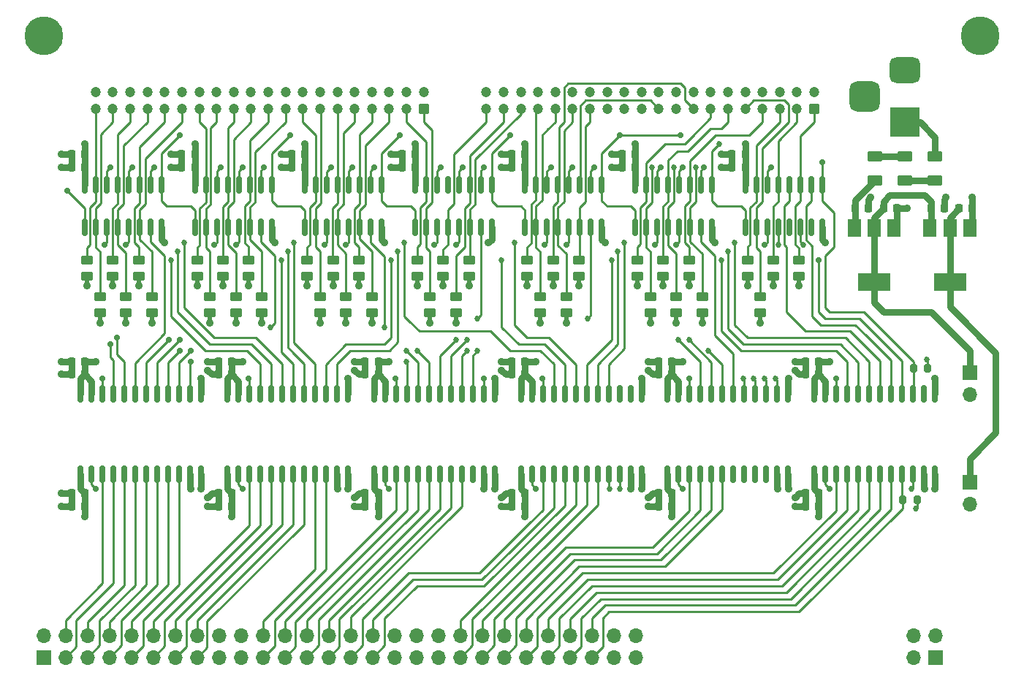
<source format=gbr>
%TF.GenerationSoftware,KiCad,Pcbnew,7.0.8*%
%TF.CreationDate,2023-10-20T14:11:59-05:00*%
%TF.ProjectId,breakout1,62726561-6b6f-4757-9431-2e6b69636164,rev?*%
%TF.SameCoordinates,Original*%
%TF.FileFunction,Copper,L1,Top*%
%TF.FilePolarity,Positive*%
%FSLAX46Y46*%
G04 Gerber Fmt 4.6, Leading zero omitted, Abs format (unit mm)*
G04 Created by KiCad (PCBNEW 7.0.8) date 2023-10-20 14:11:59*
%MOMM*%
%LPD*%
G01*
G04 APERTURE LIST*
G04 Aperture macros list*
%AMRoundRect*
0 Rectangle with rounded corners*
0 $1 Rounding radius*
0 $2 $3 $4 $5 $6 $7 $8 $9 X,Y pos of 4 corners*
0 Add a 4 corners polygon primitive as box body*
4,1,4,$2,$3,$4,$5,$6,$7,$8,$9,$2,$3,0*
0 Add four circle primitives for the rounded corners*
1,1,$1+$1,$2,$3*
1,1,$1+$1,$4,$5*
1,1,$1+$1,$6,$7*
1,1,$1+$1,$8,$9*
0 Add four rect primitives between the rounded corners*
20,1,$1+$1,$2,$3,$4,$5,0*
20,1,$1+$1,$4,$5,$6,$7,0*
20,1,$1+$1,$6,$7,$8,$9,0*
20,1,$1+$1,$8,$9,$2,$3,0*%
G04 Aperture macros list end*
%TA.AperFunction,SMDPad,CuDef*%
%ADD10R,1.500000X2.000000*%
%TD*%
%TA.AperFunction,SMDPad,CuDef*%
%ADD11R,3.800000X2.000000*%
%TD*%
%TA.AperFunction,SMDPad,CuDef*%
%ADD12RoundRect,0.225000X0.225000X0.250000X-0.225000X0.250000X-0.225000X-0.250000X0.225000X-0.250000X0*%
%TD*%
%TA.AperFunction,SMDPad,CuDef*%
%ADD13RoundRect,0.250000X-0.450000X0.262500X-0.450000X-0.262500X0.450000X-0.262500X0.450000X0.262500X0*%
%TD*%
%TA.AperFunction,SMDPad,CuDef*%
%ADD14RoundRect,0.150000X0.150000X-0.825000X0.150000X0.825000X-0.150000X0.825000X-0.150000X-0.825000X0*%
%TD*%
%TA.AperFunction,SMDPad,CuDef*%
%ADD15RoundRect,0.225000X-0.225000X-0.250000X0.225000X-0.250000X0.225000X0.250000X-0.225000X0.250000X0*%
%TD*%
%TA.AperFunction,SMDPad,CuDef*%
%ADD16RoundRect,0.200000X-0.200000X-0.275000X0.200000X-0.275000X0.200000X0.275000X-0.200000X0.275000X0*%
%TD*%
%TA.AperFunction,SMDPad,CuDef*%
%ADD17RoundRect,0.250000X0.625000X-0.375000X0.625000X0.375000X-0.625000X0.375000X-0.625000X-0.375000X0*%
%TD*%
%TA.AperFunction,ComponentPad*%
%ADD18C,4.500000*%
%TD*%
%TA.AperFunction,ComponentPad*%
%ADD19R,1.700000X1.700000*%
%TD*%
%TA.AperFunction,ComponentPad*%
%ADD20O,1.700000X1.700000*%
%TD*%
%TA.AperFunction,SMDPad,CuDef*%
%ADD21RoundRect,0.150000X0.150000X-0.875000X0.150000X0.875000X-0.150000X0.875000X-0.150000X-0.875000X0*%
%TD*%
%TA.AperFunction,ComponentPad*%
%ADD22RoundRect,0.250000X0.350000X0.350000X-0.350000X0.350000X-0.350000X-0.350000X0.350000X-0.350000X0*%
%TD*%
%TA.AperFunction,ComponentPad*%
%ADD23C,1.200000*%
%TD*%
%TA.AperFunction,SMDPad,CuDef*%
%ADD24RoundRect,0.250000X-0.625000X0.375000X-0.625000X-0.375000X0.625000X-0.375000X0.625000X0.375000X0*%
%TD*%
%TA.AperFunction,ComponentPad*%
%ADD25R,3.500000X3.500000*%
%TD*%
%TA.AperFunction,ComponentPad*%
%ADD26RoundRect,0.750000X-1.000000X0.750000X-1.000000X-0.750000X1.000000X-0.750000X1.000000X0.750000X0*%
%TD*%
%TA.AperFunction,ComponentPad*%
%ADD27RoundRect,0.875000X-0.875000X0.875000X-0.875000X-0.875000X0.875000X-0.875000X0.875000X0.875000X0*%
%TD*%
%TA.AperFunction,ViaPad*%
%ADD28C,0.700000*%
%TD*%
%TA.AperFunction,ViaPad*%
%ADD29C,0.900000*%
%TD*%
%TA.AperFunction,ViaPad*%
%ADD30C,0.685800*%
%TD*%
%TA.AperFunction,Conductor*%
%ADD31C,0.750000*%
%TD*%
%TA.AperFunction,Conductor*%
%ADD32C,0.250000*%
%TD*%
%TA.AperFunction,Conductor*%
%ADD33C,0.500000*%
%TD*%
%TA.AperFunction,Conductor*%
%ADD34C,0.254000*%
%TD*%
G04 APERTURE END LIST*
D10*
%TO.P,U15,1,GND*%
%TO.N,GND*%
X217000000Y-64750000D03*
%TO.P,U15,2,VO*%
%TO.N,Net-(JP2-A)*%
X214700000Y-64750000D03*
D11*
X214700000Y-71050000D03*
D10*
%TO.P,U15,3,VI*%
%TO.N,Net-(JP1-A)*%
X212400000Y-64750000D03*
%TD*%
D12*
%TO.P,C12,1*%
%TO.N,+5V*%
X127250000Y-56250000D03*
%TO.P,C12,2*%
%TO.N,GND*%
X125700000Y-56250000D03*
%TD*%
D13*
%TO.P,R6,1*%
%TO.N,Bus Out 6*%
X143250000Y-68500000D03*
%TO.P,R6,2*%
%TO.N,GND*%
X143250000Y-70325000D03*
%TD*%
D12*
%TO.P,C33,1*%
%TO.N,+3V3*%
X131500000Y-95500000D03*
%TO.P,C33,2*%
%TO.N,GND*%
X129950000Y-95500000D03*
%TD*%
D13*
%TO.P,R2,1*%
%TO.N,Mark 0 Out*%
X153000000Y-68500000D03*
%TO.P,R2,2*%
%TO.N,GND*%
X153000000Y-70325000D03*
%TD*%
D12*
%TO.P,C13,1*%
%TO.N,+5V*%
X114500000Y-56250000D03*
%TO.P,C13,2*%
%TO.N,GND*%
X112950000Y-56250000D03*
%TD*%
%TO.P,C15,1*%
%TO.N,+5V*%
X114500000Y-81750000D03*
%TO.P,C15,2*%
%TO.N,GND*%
X112950000Y-81750000D03*
%TD*%
D14*
%TO.P,U3,1,DE1*%
%TO.N,5V Enable*%
X139980000Y-64700000D03*
%TO.P,U3,2,RI1*%
%TO.N,Bus In 5*%
X141250000Y-64700000D03*
%TO.P,U3,3,RO1*%
%TO.N,5V Bus In 5*%
X142520000Y-64700000D03*
%TO.P,U3,4,RI2*%
%TO.N,Bus In 6*%
X143790000Y-64700000D03*
%TO.P,U3,5,RO2*%
%TO.N,5V Bus In 6*%
X145060000Y-64700000D03*
%TO.P,U3,6,RI3*%
%TO.N,Bus In 7*%
X146330000Y-64700000D03*
%TO.P,U3,7,RO3*%
%TO.N,5V Bus In 7*%
X147600000Y-64700000D03*
%TO.P,U3,8,GND*%
%TO.N,GND*%
X148870000Y-64700000D03*
%TO.P,U3,9,DE2*%
%TO.N,5V Enable*%
X148870000Y-59750000D03*
%TO.P,U3,10,DI3*%
%TO.N,5V Bus Out 7*%
X147600000Y-59750000D03*
%TO.P,U3,11,DO3*%
%TO.N,Bus Out 7*%
X146330000Y-59750000D03*
%TO.P,U3,12,DI2*%
%TO.N,5V Bus Out 6*%
X145060000Y-59750000D03*
%TO.P,U3,13,DO2*%
%TO.N,Bus Out 6*%
X143790000Y-59750000D03*
%TO.P,U3,14,DI1*%
%TO.N,5V Bus Out 5*%
X142520000Y-59750000D03*
%TO.P,U3,15,DO1*%
%TO.N,Bus Out 5*%
X141250000Y-59750000D03*
%TO.P,U3,16,VCC*%
%TO.N,+5V*%
X139980000Y-59750000D03*
%TD*%
D15*
%TO.P,C41,1*%
%TO.N,Net-(JP2-A)*%
X215750000Y-62500000D03*
%TO.P,C41,2*%
%TO.N,GND*%
X217300000Y-62500000D03*
%TD*%
D12*
%TO.P,C8,1*%
%TO.N,+5V*%
X152750000Y-57750000D03*
%TO.P,C8,2*%
%TO.N,GND*%
X151200000Y-57750000D03*
%TD*%
%TO.P,C28,1*%
%TO.N,+5V*%
X131500000Y-80250000D03*
%TO.P,C28,2*%
%TO.N,GND*%
X129950000Y-80250000D03*
%TD*%
D13*
%TO.P,R16,1*%
%TO.N,Bus Out 1*%
X120750000Y-68500000D03*
%TO.P,R16,2*%
%TO.N,GND*%
X120750000Y-70325000D03*
%TD*%
D12*
%TO.P,C14,1*%
%TO.N,+5V*%
X114500000Y-57750000D03*
%TO.P,C14,2*%
%TO.N,GND*%
X112950000Y-57750000D03*
%TD*%
%TO.P,C36,1*%
%TO.N,+3V3*%
X148500000Y-97000000D03*
%TO.P,C36,2*%
%TO.N,GND*%
X146950000Y-97000000D03*
%TD*%
%TO.P,C9,1*%
%TO.N,+5V*%
X140000000Y-57750000D03*
%TO.P,C9,2*%
%TO.N,GND*%
X138450000Y-57750000D03*
%TD*%
%TO.P,C29,1*%
%TO.N,+5V*%
X148500000Y-81750000D03*
%TO.P,C29,2*%
%TO.N,GND*%
X146950000Y-81750000D03*
%TD*%
D13*
%TO.P,R17,1*%
%TO.N,Bus In 0*%
X119250000Y-72750000D03*
%TO.P,R17,2*%
%TO.N,GND*%
X119250000Y-74575000D03*
%TD*%
D16*
%TO.P,R34,1*%
%TO.N,5V Enable*%
X210500000Y-81000000D03*
%TO.P,R34,2*%
%TO.N,GND*%
X212150000Y-81000000D03*
%TD*%
D13*
%TO.P,R23,1*%
%TO.N,Command Out*%
X181500000Y-68500000D03*
%TO.P,R23,2*%
%TO.N,GND*%
X181500000Y-70325000D03*
%TD*%
D12*
%TO.P,C24,1*%
%TO.N,+5V*%
X199500000Y-80250000D03*
%TO.P,C24,2*%
%TO.N,GND*%
X197950000Y-80250000D03*
%TD*%
D17*
%TO.P,D1,1,K*%
%TO.N,Net-(D1-K)*%
X206000000Y-59300000D03*
%TO.P,D1,2,A*%
%TO.N,VDC*%
X206000000Y-56500000D03*
%TD*%
D14*
%TO.P,U2,1,DE1*%
%TO.N,5V Enable*%
X127250000Y-64700000D03*
%TO.P,U2,2,RI1*%
%TO.N,Bus In 2*%
X128520000Y-64700000D03*
%TO.P,U2,3,RO1*%
%TO.N,5V Bus In 2*%
X129790000Y-64700000D03*
%TO.P,U2,4,RI2*%
%TO.N,Bus In 3*%
X131060000Y-64700000D03*
%TO.P,U2,5,RO2*%
%TO.N,5V Bus In 3*%
X132330000Y-64700000D03*
%TO.P,U2,6,RI3*%
%TO.N,Bus In 4*%
X133600000Y-64700000D03*
%TO.P,U2,7,RO3*%
%TO.N,5V Bus In 4*%
X134870000Y-64700000D03*
%TO.P,U2,8,GND*%
%TO.N,GND*%
X136140000Y-64700000D03*
%TO.P,U2,9,DE2*%
%TO.N,5V Enable*%
X136140000Y-59750000D03*
%TO.P,U2,10,DI3*%
%TO.N,5V Bus Out 4*%
X134870000Y-59750000D03*
%TO.P,U2,11,DO3*%
%TO.N,Bus Out 4*%
X133600000Y-59750000D03*
%TO.P,U2,12,DI2*%
%TO.N,5V Bus Out 3*%
X132330000Y-59750000D03*
%TO.P,U2,13,DO2*%
%TO.N,Bus Out 3*%
X131060000Y-59750000D03*
%TO.P,U2,14,DI1*%
%TO.N,5V Bus Out 2*%
X129790000Y-59750000D03*
%TO.P,U2,15,DO1*%
%TO.N,Bus Out 2*%
X128520000Y-59750000D03*
%TO.P,U2,16,VCC*%
%TO.N,+5V*%
X127250000Y-59750000D03*
%TD*%
%TO.P,U5,1,DE1*%
%TO.N,5V Enable*%
X178250000Y-64700000D03*
%TO.P,U5,2,RI1*%
%TO.N,Request In*%
X179520000Y-64700000D03*
%TO.P,U5,3,RO1*%
%TO.N,5V Request In*%
X180790000Y-64700000D03*
%TO.P,U5,4,RI2*%
%TO.N,Select In*%
X182060000Y-64700000D03*
%TO.P,U5,5,RO2*%
%TO.N,5V Select In*%
X183330000Y-64700000D03*
%TO.P,U5,6,RI3*%
%TO.N,Data In*%
X184600000Y-64700000D03*
%TO.P,U5,7,RO3*%
%TO.N,5V Data In*%
X185870000Y-64700000D03*
%TO.P,U5,8,GND*%
%TO.N,GND*%
X187140000Y-64700000D03*
%TO.P,U5,9,DE2*%
%TO.N,5V Enable*%
X187140000Y-59750000D03*
%TO.P,U5,10,DI3*%
%TO.N,5V Suppress Out*%
X185870000Y-59750000D03*
%TO.P,U5,11,DO3*%
%TO.N,Suppress Out*%
X184600000Y-59750000D03*
%TO.P,U5,12,DI2*%
%TO.N,5V Command Out*%
X183330000Y-59750000D03*
%TO.P,U5,13,DO2*%
%TO.N,Command Out*%
X182060000Y-59750000D03*
%TO.P,U5,14,DI1*%
%TO.N,5V Data Out*%
X180790000Y-59750000D03*
%TO.P,U5,15,DO1*%
%TO.N,Data Out*%
X179520000Y-59750000D03*
%TO.P,U5,16,VCC*%
%TO.N,+5V*%
X178250000Y-59750000D03*
%TD*%
D13*
%TO.P,R32,1*%
%TO.N,Address In*%
X167250000Y-72750000D03*
%TO.P,R32,2*%
%TO.N,GND*%
X167250000Y-74575000D03*
%TD*%
D12*
%TO.P,C16,1*%
%TO.N,+5V*%
X114500000Y-80250000D03*
%TO.P,C16,2*%
%TO.N,GND*%
X112950000Y-80250000D03*
%TD*%
D13*
%TO.P,R38,1*%
%TO.N,Metering In*%
X170250000Y-72750000D03*
%TO.P,R38,2*%
%TO.N,GND*%
X170250000Y-74575000D03*
%TD*%
%TO.P,R5,1*%
%TO.N,Bus In 6*%
X144750000Y-72750000D03*
%TO.P,R5,2*%
%TO.N,GND*%
X144750000Y-74575000D03*
%TD*%
D12*
%TO.P,C37,1*%
%TO.N,+3V3*%
X182500000Y-95500000D03*
%TO.P,C37,2*%
%TO.N,GND*%
X180950000Y-95500000D03*
%TD*%
D13*
%TO.P,R30,1*%
%TO.N,Request In*%
X180000000Y-72750000D03*
%TO.P,R30,2*%
%TO.N,GND*%
X180000000Y-74575000D03*
%TD*%
D12*
%TO.P,C1,1*%
%TO.N,+5V*%
X165500000Y-57750000D03*
%TO.P,C1,2*%
%TO.N,GND*%
X163950000Y-57750000D03*
%TD*%
D18*
%TO.P,H1,1,1*%
%TO.N,GND*%
X109750000Y-42500000D03*
%TD*%
D17*
%TO.P,FB1,1*%
%TO.N,Net-(F1-Pad2)*%
X209500000Y-59300000D03*
%TO.P,FB1,2*%
%TO.N,VDC*%
X209500000Y-56500000D03*
%TD*%
D12*
%TO.P,C23,1*%
%TO.N,+5V*%
X199500000Y-81750000D03*
%TO.P,C23,2*%
%TO.N,GND*%
X197950000Y-81750000D03*
%TD*%
D14*
%TO.P,U6,1,DE1*%
%TO.N,5V Enable*%
X191000000Y-64700000D03*
%TO.P,U6,2,RI1*%
%TO.N,Disconnect In*%
X192270000Y-64700000D03*
%TO.P,U6,3,RO1*%
%TO.N,5V Disconnect In*%
X193540000Y-64700000D03*
%TO.P,U6,4,RI2*%
%TO.N,GND*%
X194810000Y-64700000D03*
%TO.P,U6,5,RO2*%
%TO.N,unconnected-(U6-RO2-Pad5)*%
X196080000Y-64700000D03*
%TO.P,U6,6,RI3*%
%TO.N,GND*%
X197350000Y-64700000D03*
%TO.P,U6,7,RO3*%
%TO.N,unconnected-(U6-RO3-Pad7)*%
X198620000Y-64700000D03*
%TO.P,U6,8,GND*%
%TO.N,GND*%
X199890000Y-64700000D03*
%TO.P,U6,9,DE2*%
%TO.N,5V Enable*%
X199890000Y-59750000D03*
%TO.P,U6,10,DI3*%
%TO.N,5V Operational Out*%
X198620000Y-59750000D03*
%TO.P,U6,11,DO3*%
%TO.N,Operational Out*%
X197350000Y-59750000D03*
%TO.P,U6,12,DI2*%
%TO.N,5V Service Out*%
X196080000Y-59750000D03*
%TO.P,U6,13,DO2*%
%TO.N,Service Out*%
X194810000Y-59750000D03*
%TO.P,U6,14,DI1*%
%TO.N,5V Hold Out*%
X193540000Y-59750000D03*
%TO.P,U6,15,DO1*%
%TO.N,Hold Out*%
X192270000Y-59750000D03*
%TO.P,U6,16,VCC*%
%TO.N,+5V*%
X191000000Y-59750000D03*
%TD*%
D10*
%TO.P,U14,1,GND*%
%TO.N,GND*%
X208250000Y-64750000D03*
%TO.P,U14,2,VO*%
%TO.N,Net-(JP1-A)*%
X205950000Y-64750000D03*
D11*
X205950000Y-71050000D03*
D10*
%TO.P,U14,3,VI*%
%TO.N,Net-(D1-K)*%
X203650000Y-64750000D03*
%TD*%
D13*
%TO.P,R15,1*%
%TO.N,Bus In 1*%
X122250000Y-72750000D03*
%TO.P,R15,2*%
%TO.N,GND*%
X122250000Y-74575000D03*
%TD*%
%TO.P,R40,1*%
%TO.N,Clock Out*%
X157500000Y-72750000D03*
%TO.P,R40,2*%
%TO.N,GND*%
X157500000Y-74575000D03*
%TD*%
%TO.P,R21,1*%
%TO.N,Service Out*%
X194250000Y-68500000D03*
%TO.P,R21,2*%
%TO.N,GND*%
X194250000Y-70325000D03*
%TD*%
D12*
%TO.P,C6,1*%
%TO.N,+5V*%
X191000000Y-56250000D03*
%TO.P,C6,2*%
%TO.N,GND*%
X189450000Y-56250000D03*
%TD*%
D13*
%TO.P,R19,1*%
%TO.N,Bus In P*%
X116250000Y-72750000D03*
%TO.P,R19,2*%
%TO.N,GND*%
X116250000Y-74575000D03*
%TD*%
%TO.P,R20,1*%
%TO.N,Bus Out P*%
X114750000Y-68500000D03*
%TO.P,R20,2*%
%TO.N,GND*%
X114750000Y-70325000D03*
%TD*%
D12*
%TO.P,C3,1*%
%TO.N,+5V*%
X178250000Y-57750000D03*
%TO.P,C3,2*%
%TO.N,GND*%
X176700000Y-57750000D03*
%TD*%
%TO.P,C19,1*%
%TO.N,+3V3*%
X199500000Y-95500000D03*
%TO.P,C19,2*%
%TO.N,GND*%
X197950000Y-95500000D03*
%TD*%
D19*
%TO.P,J6,1,Pin_1*%
%TO.N,GPIO0*%
X213040000Y-114540000D03*
D20*
%TO.P,J6,2,Pin_2*%
%TO.N,GND*%
X210500000Y-114540000D03*
%TO.P,J6,3,Pin_3*%
%TO.N,GPIO1*%
X213040000Y-112000000D03*
%TO.P,J6,4,Pin_4*%
%TO.N,GND*%
X210500000Y-112000000D03*
%TD*%
D13*
%TO.P,R37,1*%
%TO.N,Data Out*%
X178500000Y-68500000D03*
%TO.P,R37,2*%
%TO.N,GND*%
X178500000Y-70325000D03*
%TD*%
D12*
%TO.P,C30,1*%
%TO.N,+5V*%
X148500000Y-80250000D03*
%TO.P,C30,2*%
%TO.N,GND*%
X146950000Y-80250000D03*
%TD*%
D21*
%TO.P,U8,1,VCCA*%
%TO.N,+3V3*%
X131000000Y-93300000D03*
%TO.P,U8,2,DIR*%
X132270000Y-93300000D03*
%TO.P,U8,3,A1*%
%TO.N,3V3 Bus Out P*%
X133540000Y-93300000D03*
%TO.P,U8,4,A2*%
%TO.N,3V3 Bus Out 0*%
X134810000Y-93300000D03*
%TO.P,U8,5,A3*%
%TO.N,3V3 Bus Out 1*%
X136080000Y-93300000D03*
%TO.P,U8,6,A4*%
%TO.N,3V3 Bus Out 2*%
X137350000Y-93300000D03*
%TO.P,U8,7,A5*%
%TO.N,3V3 Bus Out 3*%
X138620000Y-93300000D03*
%TO.P,U8,8,A6*%
%TO.N,3V3 Bus Out 4*%
X139890000Y-93300000D03*
%TO.P,U8,9,A7*%
%TO.N,3V3 Bus Out 5*%
X141160000Y-93300000D03*
%TO.P,U8,10,A8*%
%TO.N,3V3 Bus Out 6*%
X142430000Y-93300000D03*
%TO.P,U8,11,GND*%
%TO.N,GND*%
X143700000Y-93300000D03*
%TO.P,U8,12,GND*%
X144970000Y-93300000D03*
%TO.P,U8,13,GND*%
X144970000Y-84000000D03*
%TO.P,U8,14,B8*%
%TO.N,5V Bus Out 6*%
X143700000Y-84000000D03*
%TO.P,U8,15,B7*%
%TO.N,5V Bus Out 5*%
X142430000Y-84000000D03*
%TO.P,U8,16,B6*%
%TO.N,5V Bus Out 4*%
X141160000Y-84000000D03*
%TO.P,U8,17,B5*%
%TO.N,5V Bus Out 3*%
X139890000Y-84000000D03*
%TO.P,U8,18,B4*%
%TO.N,5V Bus Out 2*%
X138620000Y-84000000D03*
%TO.P,U8,19,B3*%
%TO.N,5V Bus Out 1*%
X137350000Y-84000000D03*
%TO.P,U8,20,B2*%
%TO.N,5V Bus Out 0*%
X136080000Y-84000000D03*
%TO.P,U8,21,B1*%
%TO.N,5V Bus Out P*%
X134810000Y-84000000D03*
%TO.P,U8,22,~{OE}*%
%TO.N,GND*%
X133540000Y-84000000D03*
%TO.P,U8,23,VCCB*%
%TO.N,+5V*%
X132270000Y-84000000D03*
%TO.P,U8,24,VCCB*%
X131000000Y-84000000D03*
%TD*%
D13*
%TO.P,R22,1*%
%TO.N,Data In*%
X186000000Y-72750000D03*
%TO.P,R22,2*%
%TO.N,GND*%
X186000000Y-74575000D03*
%TD*%
%TO.P,R29,1*%
%TO.N,Suppress Out*%
X184500000Y-68500000D03*
%TO.P,R29,2*%
%TO.N,GND*%
X184500000Y-70325000D03*
%TD*%
D21*
%TO.P,U12,1,VCCA*%
%TO.N,+3V3*%
X148000000Y-93300000D03*
%TO.P,U12,2,DIR*%
%TO.N,GND*%
X149270000Y-93300000D03*
%TO.P,U12,3,A1*%
%TO.N,3V3 Bus In 7*%
X150540000Y-93300000D03*
%TO.P,U12,4,A2*%
%TO.N,3V3 Mark 0 In*%
X151810000Y-93300000D03*
%TO.P,U12,5,A3*%
%TO.N,3V3 Operational In*%
X153080000Y-93300000D03*
%TO.P,U12,6,A4*%
%TO.N,3V3 Status In*%
X154350000Y-93300000D03*
%TO.P,U12,7,A5*%
%TO.N,3V3 Address In*%
X155620000Y-93300000D03*
%TO.P,U12,8,A6*%
%TO.N,3V3 Metering In*%
X156890000Y-93300000D03*
%TO.P,U12,9,A7*%
%TO.N,3V3 Service In*%
X158160000Y-93300000D03*
%TO.P,U12,10,A8*%
%TO.N,unconnected-(U12-A8-Pad10)*%
X159430000Y-93300000D03*
%TO.P,U12,11,GND*%
%TO.N,GND*%
X160700000Y-93300000D03*
%TO.P,U12,12,GND*%
X161970000Y-93300000D03*
%TO.P,U12,13,GND*%
X161970000Y-84000000D03*
%TO.P,U12,14,B8*%
X160700000Y-84000000D03*
%TO.P,U12,15,B7*%
%TO.N,5V Service In*%
X159430000Y-84000000D03*
%TO.P,U12,16,B6*%
%TO.N,5V Metering In*%
X158160000Y-84000000D03*
%TO.P,U12,17,B5*%
%TO.N,5V Address In*%
X156890000Y-84000000D03*
%TO.P,U12,18,B4*%
%TO.N,5V Status In*%
X155620000Y-84000000D03*
%TO.P,U12,19,B3*%
%TO.N,5V Operational In*%
X154350000Y-84000000D03*
%TO.P,U12,20,B2*%
%TO.N,5V Mark 0 In*%
X153080000Y-84000000D03*
%TO.P,U12,21,B1*%
%TO.N,5V Bus In 7*%
X151810000Y-84000000D03*
%TO.P,U12,22,~{OE}*%
%TO.N,GND*%
X150540000Y-84000000D03*
%TO.P,U12,23,VCCB*%
%TO.N,+5V*%
X149270000Y-84000000D03*
%TO.P,U12,24,VCCB*%
X148000000Y-84000000D03*
%TD*%
D12*
%TO.P,C11,1*%
%TO.N,+5V*%
X127250000Y-57750000D03*
%TO.P,C11,2*%
%TO.N,GND*%
X125700000Y-57750000D03*
%TD*%
%TO.P,C18,1*%
%TO.N,+3V3*%
X114500000Y-97000000D03*
%TO.P,C18,2*%
%TO.N,GND*%
X112950000Y-97000000D03*
%TD*%
D13*
%TO.P,R7,1*%
%TO.N,Bus In 5*%
X141750000Y-72750000D03*
%TO.P,R7,2*%
%TO.N,GND*%
X141750000Y-74575000D03*
%TD*%
%TO.P,R35,1*%
%TO.N,Hold Out*%
X191250000Y-68500000D03*
%TO.P,R35,2*%
%TO.N,GND*%
X191250000Y-70325000D03*
%TD*%
%TO.P,R26,1*%
%TO.N,Operational Out*%
X197250000Y-68500000D03*
%TO.P,R26,2*%
%TO.N,GND*%
X197250000Y-70325000D03*
%TD*%
D12*
%TO.P,C2,1*%
%TO.N,+5V*%
X165500000Y-56250000D03*
%TO.P,C2,2*%
%TO.N,GND*%
X163950000Y-56250000D03*
%TD*%
D19*
%TO.P,JP1,1,A*%
%TO.N,Net-(JP1-A)*%
X217000000Y-81500000D03*
D20*
%TO.P,JP1,2,B*%
%TO.N,+5V*%
X217000000Y-84040000D03*
%TD*%
D21*
%TO.P,U10,1,VCCA*%
%TO.N,+3V3*%
X199000000Y-93300000D03*
%TO.P,U10,2,DIR*%
X200270000Y-93300000D03*
%TO.P,U10,3,A1*%
%TO.N,3V3 Data Out*%
X201540000Y-93300000D03*
%TO.P,U10,4,A2*%
%TO.N,3V3 Command Out*%
X202810000Y-93300000D03*
%TO.P,U10,5,A3*%
%TO.N,3V3 Suppress Out*%
X204080000Y-93300000D03*
%TO.P,U10,6,A4*%
%TO.N,3V3 Service Out*%
X205350000Y-93300000D03*
%TO.P,U10,7,A5*%
%TO.N,3V3 Operational Out*%
X206620000Y-93300000D03*
%TO.P,U10,8,A6*%
%TO.N,3V3 Hold Out*%
X207890000Y-93300000D03*
%TO.P,U10,9,A7*%
%TO.N,3V3 Enable*%
X209160000Y-93300000D03*
%TO.P,U10,10,A8*%
%TO.N,GND*%
X210430000Y-93300000D03*
%TO.P,U10,11,GND*%
X211700000Y-93300000D03*
%TO.P,U10,12,GND*%
X212970000Y-93300000D03*
%TO.P,U10,13,GND*%
X212970000Y-84000000D03*
%TO.P,U10,14,B8*%
%TO.N,unconnected-(U10-B8-Pad14)*%
X211700000Y-84000000D03*
%TO.P,U10,15,B7*%
%TO.N,5V Enable*%
X210430000Y-84000000D03*
%TO.P,U10,16,B6*%
%TO.N,5V Hold Out*%
X209160000Y-84000000D03*
%TO.P,U10,17,B5*%
%TO.N,5V Operational Out*%
X207890000Y-84000000D03*
%TO.P,U10,18,B4*%
%TO.N,5V Service Out*%
X206620000Y-84000000D03*
%TO.P,U10,19,B3*%
%TO.N,5V Suppress Out*%
X205350000Y-84000000D03*
%TO.P,U10,20,B2*%
%TO.N,5V Command Out*%
X204080000Y-84000000D03*
%TO.P,U10,21,B1*%
%TO.N,5V Data Out*%
X202810000Y-84000000D03*
%TO.P,U10,22,~{OE}*%
%TO.N,GND*%
X201540000Y-84000000D03*
%TO.P,U10,23,VCCB*%
%TO.N,+5V*%
X200270000Y-84000000D03*
%TO.P,U10,24,VCCB*%
X199000000Y-84000000D03*
%TD*%
D12*
%TO.P,C5,1*%
%TO.N,+5V*%
X191000000Y-57750000D03*
%TO.P,C5,2*%
%TO.N,GND*%
X189450000Y-57750000D03*
%TD*%
D13*
%TO.P,R14,1*%
%TO.N,Bus Out 2*%
X127500000Y-68500000D03*
%TO.P,R14,2*%
%TO.N,GND*%
X127500000Y-70325000D03*
%TD*%
D12*
%TO.P,C35,1*%
%TO.N,+3V3*%
X148500000Y-95500000D03*
%TO.P,C35,2*%
%TO.N,GND*%
X146950000Y-95500000D03*
%TD*%
D22*
%TO.P,J1,1,Pin_1*%
%TO.N,Mark 0 In*%
X153750000Y-51000000D03*
D23*
%TO.P,J1,2,Pin_2*%
%TO.N,GND*%
X153750000Y-49000000D03*
%TO.P,J1,3,Pin_3*%
%TO.N,Mark 0 Out*%
X151750000Y-51000000D03*
%TO.P,J1,4,Pin_4*%
%TO.N,GND*%
X151750000Y-49000000D03*
%TO.P,J1,5,Pin_5*%
%TO.N,Bus In 7*%
X149750000Y-51000000D03*
%TO.P,J1,6,Pin_6*%
%TO.N,GND*%
X149750000Y-49000000D03*
%TO.P,J1,7,Pin_7*%
%TO.N,Bus Out 7*%
X147750000Y-51000000D03*
%TO.P,J1,8,Pin_8*%
%TO.N,GND*%
X147750000Y-49000000D03*
%TO.P,J1,9,Pin_9*%
%TO.N,Bus In 6*%
X145750000Y-51000000D03*
%TO.P,J1,10,Pin_10*%
%TO.N,GND*%
X145750000Y-49000000D03*
%TO.P,J1,11,Pin_11*%
%TO.N,Bus Out 6*%
X143750000Y-51000000D03*
%TO.P,J1,12,Pin_12*%
%TO.N,GND*%
X143750000Y-49000000D03*
%TO.P,J1,13,Pin_13*%
%TO.N,Bus In 5*%
X141750000Y-51000000D03*
%TO.P,J1,14,Pin_14*%
%TO.N,GND*%
X141750000Y-49000000D03*
%TO.P,J1,15,Pin_15*%
%TO.N,Bus Out 5*%
X139750000Y-51000000D03*
%TO.P,J1,16,Pin_16*%
%TO.N,GND*%
X139750000Y-49000000D03*
%TO.P,J1,17,Pin_17*%
%TO.N,Bus In 4*%
X137750000Y-51000000D03*
%TO.P,J1,18,Pin_18*%
%TO.N,GND*%
X137750000Y-49000000D03*
%TO.P,J1,19,Pin_19*%
%TO.N,Bus Out 4*%
X135750000Y-51000000D03*
%TO.P,J1,20,Pin_20*%
%TO.N,GND*%
X135750000Y-49000000D03*
%TO.P,J1,21,Pin_21*%
%TO.N,Bus In 3*%
X133750000Y-51000000D03*
%TO.P,J1,22,Pin_22*%
%TO.N,GND*%
X133750000Y-49000000D03*
%TO.P,J1,23,Pin_23*%
%TO.N,Bus Out 3*%
X131750000Y-51000000D03*
%TO.P,J1,24,Pin_24*%
%TO.N,GND*%
X131750000Y-49000000D03*
%TO.P,J1,25,Pin_25*%
%TO.N,Bus In 2*%
X129750000Y-51000000D03*
%TO.P,J1,26,Pin_26*%
%TO.N,GND*%
X129750000Y-49000000D03*
%TO.P,J1,27,Pin_27*%
%TO.N,Bus Out 2*%
X127750000Y-51000000D03*
%TO.P,J1,28,Pin_28*%
%TO.N,GND*%
X127750000Y-49000000D03*
%TO.P,J1,29,Pin_29*%
%TO.N,Bus In 1*%
X125750000Y-51000000D03*
%TO.P,J1,30,Pin_30*%
%TO.N,GND*%
X125750000Y-49000000D03*
%TO.P,J1,31,Pin_31*%
%TO.N,Bus Out 1*%
X123750000Y-51000000D03*
%TO.P,J1,32,Pin_32*%
%TO.N,GND*%
X123750000Y-49000000D03*
%TO.P,J1,33,Pin_33*%
%TO.N,Bus In 0*%
X121750000Y-51000000D03*
%TO.P,J1,34,Pin_34*%
%TO.N,GND*%
X121750000Y-49000000D03*
%TO.P,J1,35,Pin_35*%
%TO.N,Bus Out 0*%
X119750000Y-51000000D03*
%TO.P,J1,36,Pin_36*%
%TO.N,GND*%
X119750000Y-49000000D03*
%TO.P,J1,37,Pin_37*%
%TO.N,Bus In P*%
X117750000Y-51000000D03*
%TO.P,J1,38,Pin_38*%
%TO.N,GND*%
X117750000Y-49000000D03*
%TO.P,J1,39,Pin_39*%
%TO.N,Bus Out P*%
X115750000Y-51000000D03*
%TO.P,J1,40,Pin_40*%
%TO.N,GND*%
X115750000Y-49000000D03*
%TD*%
D13*
%TO.P,R36,1*%
%TO.N,Select In*%
X183000000Y-72750000D03*
%TO.P,R36,2*%
%TO.N,GND*%
X183000000Y-74575000D03*
%TD*%
D12*
%TO.P,C4,1*%
%TO.N,+5V*%
X178250000Y-56250000D03*
%TO.P,C4,2*%
%TO.N,GND*%
X176700000Y-56250000D03*
%TD*%
%TO.P,C26,1*%
%TO.N,+5V*%
X165500000Y-80250000D03*
%TO.P,C26,2*%
%TO.N,GND*%
X163950000Y-80250000D03*
%TD*%
D13*
%TO.P,R13,1*%
%TO.N,Bus In 2*%
X129000000Y-72750000D03*
%TO.P,R13,2*%
%TO.N,GND*%
X129000000Y-74575000D03*
%TD*%
%TO.P,R1,1*%
%TO.N,Mark 0 In*%
X154500000Y-72750000D03*
%TO.P,R1,2*%
%TO.N,GND*%
X154500000Y-74575000D03*
%TD*%
D15*
%TO.P,C40,1*%
%TO.N,Net-(D1-K)*%
X203750000Y-62500000D03*
%TO.P,C40,2*%
%TO.N,GND*%
X205300000Y-62500000D03*
%TD*%
D12*
%TO.P,C21,1*%
%TO.N,+3V3*%
X165500000Y-95500000D03*
%TO.P,C21,2*%
%TO.N,GND*%
X163950000Y-95500000D03*
%TD*%
D13*
%TO.P,R33,1*%
%TO.N,Status In*%
X159000000Y-68500000D03*
%TO.P,R33,2*%
%TO.N,GND*%
X159000000Y-70325000D03*
%TD*%
%TO.P,R31,1*%
%TO.N,Metering Out*%
X165750000Y-68500000D03*
%TO.P,R31,2*%
%TO.N,GND*%
X165750000Y-70325000D03*
%TD*%
D12*
%TO.P,C10,1*%
%TO.N,+5V*%
X140000000Y-56250000D03*
%TO.P,C10,2*%
%TO.N,GND*%
X138450000Y-56250000D03*
%TD*%
D13*
%TO.P,R27,1*%
%TO.N,Operational In*%
X156000000Y-68500000D03*
%TO.P,R27,2*%
%TO.N,GND*%
X156000000Y-70325000D03*
%TD*%
D12*
%TO.P,C38,1*%
%TO.N,+3V3*%
X182500000Y-97000000D03*
%TO.P,C38,2*%
%TO.N,GND*%
X180950000Y-97000000D03*
%TD*%
D13*
%TO.P,R12,1*%
%TO.N,Bus Out 3*%
X130500000Y-68500000D03*
%TO.P,R12,2*%
%TO.N,GND*%
X130500000Y-70325000D03*
%TD*%
%TO.P,R11,1*%
%TO.N,Bus In 3*%
X132000000Y-72750000D03*
%TO.P,R11,2*%
%TO.N,GND*%
X132000000Y-74575000D03*
%TD*%
D24*
%TO.P,F1,1*%
%TO.N,Net-(F1-Pad1)*%
X213000000Y-56500000D03*
%TO.P,F1,2*%
%TO.N,Net-(F1-Pad2)*%
X213000000Y-59300000D03*
%TD*%
D12*
%TO.P,C7,1*%
%TO.N,+5V*%
X152750000Y-56250000D03*
%TO.P,C7,2*%
%TO.N,GND*%
X151200000Y-56250000D03*
%TD*%
D13*
%TO.P,R18,1*%
%TO.N,Bus Out 0*%
X117750000Y-68500000D03*
%TO.P,R18,2*%
%TO.N,GND*%
X117750000Y-70325000D03*
%TD*%
%TO.P,R4,1*%
%TO.N,Bus Out 7*%
X146250000Y-68500000D03*
%TO.P,R4,2*%
%TO.N,GND*%
X146250000Y-70325000D03*
%TD*%
D12*
%TO.P,C31,1*%
%TO.N,+5V*%
X182500000Y-81750000D03*
%TO.P,C31,2*%
%TO.N,GND*%
X180950000Y-81750000D03*
%TD*%
D13*
%TO.P,R9,1*%
%TO.N,Bus In 4*%
X135000000Y-72750000D03*
%TO.P,R9,2*%
%TO.N,GND*%
X135000000Y-74575000D03*
%TD*%
D16*
%TO.P,R39,1*%
%TO.N,3V3 Enable*%
X209250000Y-96250000D03*
%TO.P,R39,2*%
%TO.N,GND*%
X210900000Y-96250000D03*
%TD*%
D18*
%TO.P,H2,1,1*%
%TO.N,GND*%
X218250000Y-42500000D03*
%TD*%
D13*
%TO.P,R8,1*%
%TO.N,Bus Out 5*%
X140250000Y-68500000D03*
%TO.P,R8,2*%
%TO.N,GND*%
X140250000Y-70325000D03*
%TD*%
%TO.P,R25,1*%
%TO.N,Address Out*%
X168750000Y-68500000D03*
%TO.P,R25,2*%
%TO.N,GND*%
X168750000Y-70325000D03*
%TD*%
D25*
%TO.P,J4,1*%
%TO.N,Net-(F1-Pad1)*%
X209500000Y-52500000D03*
D26*
%TO.P,J4,2*%
%TO.N,GND*%
X209500000Y-46500000D03*
D27*
%TO.P,J4,3*%
%TO.N,N/C*%
X204800000Y-49500000D03*
%TD*%
D14*
%TO.P,U4,1,DE1*%
%TO.N,5V Enable*%
X165500000Y-64700000D03*
%TO.P,U4,2,RI1*%
%TO.N,Address In*%
X166770000Y-64700000D03*
%TO.P,U4,3,RO1*%
%TO.N,5V Address In*%
X168040000Y-64700000D03*
%TO.P,U4,4,RI2*%
%TO.N,Metering In*%
X169310000Y-64700000D03*
%TO.P,U4,5,RO2*%
%TO.N,5V Metering In*%
X170580000Y-64700000D03*
%TO.P,U4,6,RI3*%
%TO.N,Service In*%
X171850000Y-64700000D03*
%TO.P,U4,7,RO3*%
%TO.N,5V Service In*%
X173120000Y-64700000D03*
%TO.P,U4,8,GND*%
%TO.N,GND*%
X174390000Y-64700000D03*
%TO.P,U4,9,DE2*%
%TO.N,5V Enable*%
X174390000Y-59750000D03*
%TO.P,U4,10,DI3*%
%TO.N,5V Select Out*%
X173120000Y-59750000D03*
%TO.P,U4,11,DO3*%
%TO.N,Select Out*%
X171850000Y-59750000D03*
%TO.P,U4,12,DI2*%
%TO.N,5V Address Out*%
X170580000Y-59750000D03*
%TO.P,U4,13,DO2*%
%TO.N,Address Out*%
X169310000Y-59750000D03*
%TO.P,U4,14,DI1*%
%TO.N,5V Metering Out*%
X168040000Y-59750000D03*
%TO.P,U4,15,DO1*%
%TO.N,Metering Out*%
X166770000Y-59750000D03*
%TO.P,U4,16,VCC*%
%TO.N,+5V*%
X165500000Y-59750000D03*
%TD*%
D21*
%TO.P,U13,1,VCCA*%
%TO.N,+3V3*%
X182000000Y-93300000D03*
%TO.P,U13,2,DIR*%
%TO.N,GND*%
X183270000Y-93300000D03*
%TO.P,U13,3,A1*%
%TO.N,3V3 Request In*%
X184540000Y-93300000D03*
%TO.P,U13,4,A2*%
%TO.N,3V3 Select In*%
X185810000Y-93300000D03*
%TO.P,U13,5,A3*%
%TO.N,3V3 Disconnect In*%
X187080000Y-93300000D03*
%TO.P,U13,6,A4*%
%TO.N,3V3 Data In*%
X188350000Y-93300000D03*
%TO.P,U13,7,A5*%
%TO.N,unconnected-(U13-A5-Pad7)*%
X189620000Y-93300000D03*
%TO.P,U13,8,A6*%
%TO.N,unconnected-(U13-A6-Pad8)*%
X190890000Y-93300000D03*
%TO.P,U13,9,A7*%
%TO.N,unconnected-(U13-A7-Pad9)*%
X192160000Y-93300000D03*
%TO.P,U13,10,A8*%
%TO.N,unconnected-(U13-A8-Pad10)*%
X193430000Y-93300000D03*
%TO.P,U13,11,GND*%
%TO.N,GND*%
X194700000Y-93300000D03*
%TO.P,U13,12,GND*%
X195970000Y-93300000D03*
%TO.P,U13,13,GND*%
X195970000Y-84000000D03*
%TO.P,U13,14,B8*%
X194700000Y-84000000D03*
%TO.P,U13,15,B7*%
X193430000Y-84000000D03*
%TO.P,U13,16,B6*%
X192160000Y-84000000D03*
%TO.P,U13,17,B5*%
X190890000Y-84000000D03*
%TO.P,U13,18,B4*%
%TO.N,5V Data In*%
X189620000Y-84000000D03*
%TO.P,U13,19,B3*%
%TO.N,5V Disconnect In*%
X188350000Y-84000000D03*
%TO.P,U13,20,B2*%
%TO.N,5V Select In*%
X187080000Y-84000000D03*
%TO.P,U13,21,B1*%
%TO.N,5V Request In*%
X185810000Y-84000000D03*
%TO.P,U13,22,~{OE}*%
%TO.N,GND*%
X184540000Y-84000000D03*
%TO.P,U13,23,VCCB*%
%TO.N,+5V*%
X183270000Y-84000000D03*
%TO.P,U13,24,VCCB*%
X182000000Y-84000000D03*
%TD*%
D15*
%TO.P,C39,1*%
%TO.N,Net-(JP1-A)*%
X207000000Y-62500000D03*
%TO.P,C39,2*%
%TO.N,GND*%
X208550000Y-62500000D03*
%TD*%
D19*
%TO.P,JP2,1,A*%
%TO.N,Net-(JP2-A)*%
X217000000Y-94250000D03*
D20*
%TO.P,JP2,2,B*%
%TO.N,+3V3*%
X217000000Y-96790000D03*
%TD*%
D13*
%TO.P,R28,1*%
%TO.N,Disconnect In*%
X192750000Y-72750000D03*
%TO.P,R28,2*%
%TO.N,GND*%
X192750000Y-74575000D03*
%TD*%
D12*
%TO.P,C32,1*%
%TO.N,+5V*%
X182500000Y-80250000D03*
%TO.P,C32,2*%
%TO.N,GND*%
X180950000Y-80250000D03*
%TD*%
%TO.P,C17,1*%
%TO.N,+3V3*%
X114500000Y-95500000D03*
%TO.P,C17,2*%
%TO.N,GND*%
X112950000Y-95500000D03*
%TD*%
D14*
%TO.P,U7,1,DE1*%
%TO.N,5V Enable*%
X152750000Y-64700000D03*
%TO.P,U7,2,RI1*%
%TO.N,Mark 0 In*%
X154020000Y-64700000D03*
%TO.P,U7,3,RO1*%
%TO.N,5V Mark 0 In*%
X155290000Y-64700000D03*
%TO.P,U7,4,RI2*%
%TO.N,Operational In*%
X156560000Y-64700000D03*
%TO.P,U7,5,RO2*%
%TO.N,5V Operational In*%
X157830000Y-64700000D03*
%TO.P,U7,6,RI3*%
%TO.N,Status In*%
X159100000Y-64700000D03*
%TO.P,U7,7,RO3*%
%TO.N,5V Status In*%
X160370000Y-64700000D03*
%TO.P,U7,8,GND*%
%TO.N,GND*%
X161640000Y-64700000D03*
%TO.P,U7,9,DE2*%
%TO.N,5V Enable*%
X161640000Y-59750000D03*
%TO.P,U7,10,DI3*%
%TO.N,5V Clock Out*%
X160370000Y-59750000D03*
%TO.P,U7,11,DO3*%
%TO.N,Clock Out*%
X159100000Y-59750000D03*
%TO.P,U7,12,DI2*%
%TO.N,GND*%
X157830000Y-59750000D03*
%TO.P,U7,13,DO2*%
%TO.N,unconnected-(U7-DO2-Pad13)*%
X156560000Y-59750000D03*
%TO.P,U7,14,DI1*%
%TO.N,5V Mark 0 Out*%
X155290000Y-59750000D03*
%TO.P,U7,15,DO1*%
%TO.N,Mark 0 Out*%
X154020000Y-59750000D03*
%TO.P,U7,16,VCC*%
%TO.N,+5V*%
X152750000Y-59750000D03*
%TD*%
D12*
%TO.P,C20,1*%
%TO.N,+3V3*%
X199500000Y-97000000D03*
%TO.P,C20,2*%
%TO.N,GND*%
X197950000Y-97000000D03*
%TD*%
D23*
%TO.P,J2,40,Pin_40*%
%TO.N,GND*%
X161000000Y-49000000D03*
%TO.P,J2,39,Pin_39*%
%TO.N,Operational In*%
X161000000Y-51000000D03*
%TO.P,J2,38,Pin_38*%
%TO.N,GND*%
X163000000Y-49000000D03*
%TO.P,J2,37,Pin_37*%
%TO.N,Clock Out*%
X163000000Y-51000000D03*
%TO.P,J2,36,Pin_36*%
%TO.N,GND*%
X165000000Y-49000000D03*
%TO.P,J2,35,Pin_35*%
%TO.N,Status In*%
X165000000Y-51000000D03*
%TO.P,J2,34,Pin_34*%
%TO.N,GND*%
X167000000Y-49000000D03*
%TO.P,J2,33,Pin_33*%
%TO.N,Metering Out*%
X167000000Y-51000000D03*
%TO.P,J2,32,Pin_32*%
%TO.N,GND*%
X169000000Y-49000000D03*
%TO.P,J2,31,Pin_31*%
%TO.N,Address In*%
X169000000Y-51000000D03*
%TO.P,J2,30,Pin_30*%
%TO.N,GND*%
X171000000Y-49000000D03*
%TO.P,J2,29,Pin_29*%
%TO.N,Metering In*%
X171000000Y-51000000D03*
%TO.P,J2,28,Pin_28*%
%TO.N,GND*%
X173000000Y-49000000D03*
%TO.P,J2,27,Pin_27*%
%TO.N,Service In*%
X173000000Y-51000000D03*
%TO.P,J2,26,Pin_26*%
%TO.N,GND*%
X175000000Y-49000000D03*
%TO.P,J2,25,Pin_25*%
%TO.N,Request In*%
X175000000Y-51000000D03*
%TO.P,J2,24,Pin_24*%
%TO.N,GND*%
X177000000Y-49000000D03*
%TO.P,J2,23,Pin_23*%
%TO.N,Select In*%
X177000000Y-51000000D03*
%TO.P,J2,22,Pin_22*%
%TO.N,GND*%
X179000000Y-49000000D03*
%TO.P,J2,21,Pin_21*%
%TO.N,Data In*%
X179000000Y-51000000D03*
%TO.P,J2,20,Pin_20*%
%TO.N,GND*%
X181000000Y-49000000D03*
%TO.P,J2,19,Pin_19*%
%TO.N,Select Out*%
X181000000Y-51000000D03*
%TO.P,J2,18,Pin_18*%
%TO.N,unconnected-(J2-Pin_18-Pad18)*%
X183000000Y-49000000D03*
%TO.P,J2,17,Pin_17*%
%TO.N,unconnected-(J2-Pin_17-Pad17)*%
X183000000Y-51000000D03*
%TO.P,J2,16,Pin_16*%
%TO.N,GND*%
X185000000Y-49000000D03*
%TO.P,J2,15,Pin_15*%
%TO.N,Address Out*%
X185000000Y-51000000D03*
%TO.P,J2,14,Pin_14*%
%TO.N,GND*%
X187000000Y-49000000D03*
%TO.P,J2,13,Pin_13*%
%TO.N,Data Out*%
X187000000Y-51000000D03*
%TO.P,J2,12,Pin_12*%
%TO.N,GND*%
X189000000Y-49000000D03*
%TO.P,J2,11,Pin_11*%
%TO.N,Command Out*%
X189000000Y-51000000D03*
%TO.P,J2,10,Pin_10*%
%TO.N,GND*%
X191000000Y-49000000D03*
%TO.P,J2,9,Pin_9*%
%TO.N,Disconnect In*%
X191000000Y-51000000D03*
%TO.P,J2,8,Pin_8*%
%TO.N,GND*%
X193000000Y-49000000D03*
%TO.P,J2,7,Pin_7*%
%TO.N,Suppress Out*%
X193000000Y-51000000D03*
%TO.P,J2,6,Pin_6*%
%TO.N,GND*%
X195000000Y-49000000D03*
%TO.P,J2,5,Pin_5*%
%TO.N,Hold Out*%
X195000000Y-51000000D03*
%TO.P,J2,4,Pin_4*%
%TO.N,GND*%
X197000000Y-49000000D03*
%TO.P,J2,3,Pin_3*%
%TO.N,Service Out*%
X197000000Y-51000000D03*
%TO.P,J2,2,Pin_2*%
%TO.N,GND*%
X199000000Y-49000000D03*
D22*
%TO.P,J2,1,Pin_1*%
%TO.N,Operational Out*%
X199000000Y-51000000D03*
%TD*%
D12*
%TO.P,C27,1*%
%TO.N,+5V*%
X131500000Y-81750000D03*
%TO.P,C27,2*%
%TO.N,GND*%
X129950000Y-81750000D03*
%TD*%
D13*
%TO.P,R24,1*%
%TO.N,Service In*%
X171750000Y-68500000D03*
%TO.P,R24,2*%
%TO.N,GND*%
X171750000Y-70325000D03*
%TD*%
D15*
%TO.P,C42,1*%
%TO.N,Net-(JP1-A)*%
X212500000Y-62500000D03*
%TO.P,C42,2*%
%TO.N,GND*%
X214050000Y-62500000D03*
%TD*%
D12*
%TO.P,C22,1*%
%TO.N,+3V3*%
X165500000Y-97000000D03*
%TO.P,C22,2*%
%TO.N,GND*%
X163950000Y-97000000D03*
%TD*%
D21*
%TO.P,U9,1,VCCA*%
%TO.N,+3V3*%
X165000000Y-93300000D03*
%TO.P,U9,2,DIR*%
X166270000Y-93300000D03*
%TO.P,U9,3,A1*%
%TO.N,3V3 Bus Out 7*%
X167540000Y-93300000D03*
%TO.P,U9,4,A2*%
%TO.N,3V3 Mark 0 Out*%
X168810000Y-93300000D03*
%TO.P,U9,5,A3*%
%TO.N,3V3 Clock Out*%
X170080000Y-93300000D03*
%TO.P,U9,6,A4*%
%TO.N,3V3 Metering Out*%
X171350000Y-93300000D03*
%TO.P,U9,7,A5*%
%TO.N,3V3 Address Out*%
X172620000Y-93300000D03*
%TO.P,U9,8,A6*%
%TO.N,3V3 Select Out*%
X173890000Y-93300000D03*
%TO.P,U9,9,A7*%
%TO.N,GND*%
X175160000Y-93300000D03*
%TO.P,U9,10,A8*%
X176430000Y-93300000D03*
%TO.P,U9,11,GND*%
X177700000Y-93300000D03*
%TO.P,U9,12,GND*%
X178970000Y-93300000D03*
%TO.P,U9,13,GND*%
X178970000Y-84000000D03*
%TO.P,U9,14,B8*%
%TO.N,unconnected-(U9-B8-Pad14)*%
X177700000Y-84000000D03*
%TO.P,U9,15,B7*%
%TO.N,unconnected-(U9-B7-Pad15)*%
X176430000Y-84000000D03*
%TO.P,U9,16,B6*%
%TO.N,5V Select Out*%
X175160000Y-84000000D03*
%TO.P,U9,17,B5*%
%TO.N,5V Address Out*%
X173890000Y-84000000D03*
%TO.P,U9,18,B4*%
%TO.N,5V Metering Out*%
X172620000Y-84000000D03*
%TO.P,U9,19,B3*%
%TO.N,5V Clock Out*%
X171350000Y-84000000D03*
%TO.P,U9,20,B2*%
%TO.N,5V Mark 0 Out*%
X170080000Y-84000000D03*
%TO.P,U9,21,B1*%
%TO.N,5V Bus Out 7*%
X168810000Y-84000000D03*
%TO.P,U9,22,~{OE}*%
%TO.N,GND*%
X167540000Y-84000000D03*
%TO.P,U9,23,VCCB*%
%TO.N,+5V*%
X166270000Y-84000000D03*
%TO.P,U9,24,VCCB*%
X165000000Y-84000000D03*
%TD*%
%TO.P,U11,1,VCCA*%
%TO.N,+3V3*%
X114000000Y-93300000D03*
%TO.P,U11,2,DIR*%
%TO.N,GND*%
X115270000Y-93300000D03*
%TO.P,U11,3,A1*%
%TO.N,3V3 Bus In P*%
X116540000Y-93300000D03*
%TO.P,U11,4,A2*%
%TO.N,3V3 Bus In 0*%
X117810000Y-93300000D03*
%TO.P,U11,5,A3*%
%TO.N,3V3 Bus In 1*%
X119080000Y-93300000D03*
%TO.P,U11,6,A4*%
%TO.N,3V3 Bus In 2*%
X120350000Y-93300000D03*
%TO.P,U11,7,A5*%
%TO.N,3V3 Bus In 3*%
X121620000Y-93300000D03*
%TO.P,U11,8,A6*%
%TO.N,3V3 Bus In 4*%
X122890000Y-93300000D03*
%TO.P,U11,9,A7*%
%TO.N,3V3 Bus In 5*%
X124160000Y-93300000D03*
%TO.P,U11,10,A8*%
%TO.N,3V3 Bus In 6*%
X125430000Y-93300000D03*
%TO.P,U11,11,GND*%
%TO.N,GND*%
X126700000Y-93300000D03*
%TO.P,U11,12,GND*%
X127970000Y-93300000D03*
%TO.P,U11,13,GND*%
X127970000Y-84000000D03*
%TO.P,U11,14,B8*%
%TO.N,5V Bus In 6*%
X126700000Y-84000000D03*
%TO.P,U11,15,B7*%
%TO.N,5V Bus In 5*%
X125430000Y-84000000D03*
%TO.P,U11,16,B6*%
%TO.N,5V Bus In 4*%
X124160000Y-84000000D03*
%TO.P,U11,17,B5*%
%TO.N,5V Bus In 3*%
X122890000Y-84000000D03*
%TO.P,U11,18,B4*%
%TO.N,5V Bus In 2*%
X121620000Y-84000000D03*
%TO.P,U11,19,B3*%
%TO.N,5V Bus In 1*%
X120350000Y-84000000D03*
%TO.P,U11,20,B2*%
%TO.N,5V Bus In 0*%
X119080000Y-84000000D03*
%TO.P,U11,21,B1*%
%TO.N,5V Bus In P*%
X117810000Y-84000000D03*
%TO.P,U11,22,~{OE}*%
%TO.N,GND*%
X116540000Y-84000000D03*
%TO.P,U11,23,VCCB*%
%TO.N,+5V*%
X115270000Y-84000000D03*
%TO.P,U11,24,VCCB*%
X114000000Y-84000000D03*
%TD*%
D12*
%TO.P,C34,1*%
%TO.N,+3V3*%
X131500000Y-97000000D03*
%TO.P,C34,2*%
%TO.N,GND*%
X129950000Y-97000000D03*
%TD*%
D13*
%TO.P,R10,1*%
%TO.N,Bus Out 4*%
X133500000Y-68500000D03*
%TO.P,R10,2*%
%TO.N,GND*%
X133500000Y-70325000D03*
%TD*%
D12*
%TO.P,C25,1*%
%TO.N,+5V*%
X165500000Y-81750000D03*
%TO.P,C25,2*%
%TO.N,GND*%
X163950000Y-81750000D03*
%TD*%
D13*
%TO.P,R3,1*%
%TO.N,Bus In 7*%
X147750000Y-72750000D03*
%TO.P,R3,2*%
%TO.N,GND*%
X147750000Y-74575000D03*
%TD*%
D14*
%TO.P,U1,1,DE1*%
%TO.N,5V Enable*%
X114500000Y-64700000D03*
%TO.P,U1,2,RI1*%
%TO.N,Bus In P*%
X115770000Y-64700000D03*
%TO.P,U1,3,RO1*%
%TO.N,5V Bus In P*%
X117040000Y-64700000D03*
%TO.P,U1,4,RI2*%
%TO.N,Bus In 0*%
X118310000Y-64700000D03*
%TO.P,U1,5,RO2*%
%TO.N,5V Bus In 0*%
X119580000Y-64700000D03*
%TO.P,U1,6,RI3*%
%TO.N,Bus In 1*%
X120850000Y-64700000D03*
%TO.P,U1,7,RO3*%
%TO.N,5V Bus In 1*%
X122120000Y-64700000D03*
%TO.P,U1,8,GND*%
%TO.N,GND*%
X123390000Y-64700000D03*
%TO.P,U1,9,DE2*%
%TO.N,5V Enable*%
X123390000Y-59750000D03*
%TO.P,U1,10,DI3*%
%TO.N,5V Bus Out 1*%
X122120000Y-59750000D03*
%TO.P,U1,11,DO3*%
%TO.N,Bus Out 1*%
X120850000Y-59750000D03*
%TO.P,U1,12,DI2*%
%TO.N,5V Bus Out 0*%
X119580000Y-59750000D03*
%TO.P,U1,13,DO2*%
%TO.N,Bus Out 0*%
X118310000Y-59750000D03*
%TO.P,U1,14,DI1*%
%TO.N,5V Bus Out P*%
X117040000Y-59750000D03*
%TO.P,U1,15,DO1*%
%TO.N,Bus Out P*%
X115770000Y-59750000D03*
%TO.P,U1,16,VCC*%
%TO.N,+5V*%
X114500000Y-59750000D03*
%TD*%
D19*
%TO.P,J3,1,Pin_1*%
%TO.N,GND*%
X109740000Y-114540000D03*
D20*
%TO.P,J3,2,Pin_2*%
X109740000Y-112000000D03*
%TO.P,J3,3,Pin_3*%
%TO.N,3V3 Bus In 0*%
X112280000Y-114540000D03*
%TO.P,J3,4,Pin_4*%
%TO.N,3V3 Bus In P*%
X112280000Y-112000000D03*
%TO.P,J3,5,Pin_5*%
%TO.N,3V3 Bus In 2*%
X114820000Y-114540000D03*
%TO.P,J3,6,Pin_6*%
%TO.N,3V3 Bus In 1*%
X114820000Y-112000000D03*
%TO.P,J3,7,Pin_7*%
%TO.N,3V3 Bus In 4*%
X117360000Y-114540000D03*
%TO.P,J3,8,Pin_8*%
%TO.N,3V3 Bus In 3*%
X117360000Y-112000000D03*
%TO.P,J3,9,Pin_9*%
%TO.N,3V3 Bus In 6*%
X119900000Y-114540000D03*
%TO.P,J3,10,Pin_10*%
%TO.N,3V3 Bus In 5*%
X119900000Y-112000000D03*
%TO.P,J3,11,Pin_11*%
%TO.N,3V3 Bus Out 0*%
X122440000Y-114540000D03*
%TO.P,J3,12,Pin_12*%
%TO.N,3V3 Bus Out P*%
X122440000Y-112000000D03*
%TO.P,J3,13,Pin_13*%
%TO.N,3V3 Bus Out 2*%
X124980000Y-114540000D03*
%TO.P,J3,14,Pin_14*%
%TO.N,3V3 Bus Out 1*%
X124980000Y-112000000D03*
%TO.P,J3,15,Pin_15*%
%TO.N,3V3 Bus Out 4*%
X127520000Y-114540000D03*
%TO.P,J3,16,Pin_16*%
%TO.N,3V3 Bus Out 3*%
X127520000Y-112000000D03*
%TO.P,J3,17,Pin_17*%
%TO.N,GND*%
X130060000Y-114540000D03*
%TO.P,J3,18,Pin_18*%
X130060000Y-112000000D03*
%TO.P,J3,19,Pin_19*%
%TO.N,unconnected-(J3-Pin_19-Pad19)*%
X132600000Y-114540000D03*
%TO.P,J3,20,Pin_20*%
%TO.N,unconnected-(J3-Pin_20-Pad20)*%
X132600000Y-112000000D03*
%TO.P,J3,21,Pin_21*%
%TO.N,3V3 Bus Out 6*%
X135140000Y-114540000D03*
%TO.P,J3,22,Pin_22*%
%TO.N,3V3 Bus Out 5*%
X135140000Y-112000000D03*
%TO.P,J3,23,Pin_23*%
%TO.N,3V3 Mark 0 In*%
X137680000Y-114540000D03*
%TO.P,J3,24,Pin_24*%
%TO.N,3V3 Bus In 7*%
X137680000Y-112000000D03*
%TO.P,J3,25,Pin_25*%
%TO.N,3V3 Status In*%
X140220000Y-114540000D03*
%TO.P,J3,26,Pin_26*%
%TO.N,3V3 Operational In*%
X140220000Y-112000000D03*
%TO.P,J3,27,Pin_27*%
%TO.N,3V3 Metering In*%
X142760000Y-114540000D03*
%TO.P,J3,28,Pin_28*%
%TO.N,3V3 Address In*%
X142760000Y-112000000D03*
%TO.P,J3,29,Pin_29*%
%TO.N,3V3 Bus Out 7*%
X145300000Y-114540000D03*
%TO.P,J3,30,Pin_30*%
%TO.N,3V3 Service In*%
X145300000Y-112000000D03*
%TO.P,J3,31,Pin_31*%
%TO.N,3V3 Clock Out*%
X147840000Y-114540000D03*
%TO.P,J3,32,Pin_32*%
%TO.N,3V3 Mark 0 Out*%
X147840000Y-112000000D03*
%TO.P,J3,33,Pin_33*%
%TO.N,GPIO0*%
X150380000Y-114540000D03*
%TO.P,J3,34,Pin_34*%
%TO.N,GPIO1*%
X150380000Y-112000000D03*
%TO.P,J3,35,Pin_35*%
%TO.N,GND*%
X152920000Y-114540000D03*
%TO.P,J3,36,Pin_36*%
X152920000Y-112000000D03*
%TO.P,J3,37,Pin_37*%
%TO.N,unconnected-(J3-Pin_37-Pad37)*%
X155460000Y-114540000D03*
%TO.P,J3,38,Pin_38*%
%TO.N,unconnected-(J3-Pin_38-Pad38)*%
X155460000Y-112000000D03*
%TO.P,J3,39,Pin_39*%
%TO.N,3V3 Address Out*%
X158000000Y-114540000D03*
%TO.P,J3,40,Pin_40*%
%TO.N,3V3 Metering Out*%
X158000000Y-112000000D03*
%TO.P,J3,41,Pin_41*%
%TO.N,3V3 Request In*%
X160540000Y-114540000D03*
%TO.P,J3,42,Pin_42*%
%TO.N,3V3 Select Out*%
X160540000Y-112000000D03*
%TO.P,J3,43,Pin_43*%
%TO.N,3V3 Disconnect In*%
X163080000Y-114540000D03*
%TO.P,J3,44,Pin_44*%
%TO.N,3V3 Select In*%
X163080000Y-112000000D03*
%TO.P,J3,45,Pin_45*%
%TO.N,3V3 Data Out*%
X165620000Y-114540000D03*
%TO.P,J3,46,Pin_46*%
%TO.N,3V3 Data In*%
X165620000Y-112000000D03*
%TO.P,J3,47,Pin_47*%
%TO.N,3V3 Suppress Out*%
X168160000Y-114540000D03*
%TO.P,J3,48,Pin_48*%
%TO.N,3V3 Command Out*%
X168160000Y-112000000D03*
%TO.P,J3,49,Pin_49*%
%TO.N,3V3 Operational Out*%
X170700000Y-114540000D03*
%TO.P,J3,50,Pin_50*%
%TO.N,3V3 Service Out*%
X170700000Y-112000000D03*
%TO.P,J3,51,Pin_51*%
%TO.N,3V3 Enable*%
X173240000Y-114540000D03*
%TO.P,J3,52,Pin_52*%
%TO.N,3V3 Hold Out*%
X173240000Y-112000000D03*
%TO.P,J3,53,Pin_53*%
%TO.N,GND*%
X175780000Y-114540000D03*
%TO.P,J3,54,Pin_54*%
X175780000Y-112000000D03*
%TO.P,J3,55,Pin_55*%
%TO.N,unconnected-(J3-Pin_55-Pad55)*%
X178320000Y-114540000D03*
%TO.P,J3,56,Pin_56*%
%TO.N,unconnected-(J3-Pin_56-Pad56)*%
X178320000Y-112000000D03*
%TD*%
D28*
%TO.N,GND*%
X158250000Y-57750000D03*
D29*
X162000000Y-95000000D03*
X149250000Y-66500000D03*
D28*
X160750000Y-82250000D03*
D29*
X130500000Y-71500000D03*
X123750000Y-66500000D03*
X147750000Y-75750000D03*
X179000000Y-82250000D03*
X128750000Y-96000000D03*
D28*
X184500000Y-82250000D03*
D29*
X191250000Y-71500000D03*
X159000000Y-71500000D03*
X214250000Y-61250000D03*
X196000000Y-95000000D03*
X150000000Y-57750000D03*
X196750000Y-81250000D03*
X145000000Y-95000000D03*
X143250000Y-71500000D03*
X162000000Y-82250000D03*
X162750000Y-56250000D03*
D30*
X194882800Y-66750000D03*
D29*
X186000000Y-75750000D03*
X145750000Y-97000000D03*
X140250000Y-71500000D03*
X200250000Y-66500000D03*
X179750000Y-80250000D03*
X124500000Y-57750000D03*
X154500000Y-75750000D03*
X162750000Y-57750000D03*
X128750000Y-97000000D03*
X145750000Y-80250000D03*
X143750000Y-95000000D03*
X119250000Y-75750000D03*
X179750000Y-81250000D03*
D28*
X133500000Y-82250000D03*
D29*
X165750000Y-71500000D03*
X136500000Y-66500000D03*
D30*
X210250000Y-95000000D03*
D29*
X188250000Y-56250000D03*
X196750000Y-80250000D03*
D28*
X183750000Y-95000000D03*
D29*
X111750000Y-56250000D03*
D28*
X150500000Y-82250000D03*
D29*
X197250000Y-71500000D03*
X162750000Y-97000000D03*
D30*
X212000000Y-80000000D03*
D29*
X167250000Y-75750000D03*
X196750000Y-97000000D03*
X156000000Y-71500000D03*
X145750000Y-81250000D03*
X170250000Y-75750000D03*
X187500000Y-66500000D03*
X128750000Y-81250000D03*
X145750000Y-96000000D03*
X196000000Y-82250000D03*
X217250000Y-61250000D03*
X126750000Y-95000000D03*
X145000000Y-82250000D03*
X213000000Y-82250000D03*
D30*
X175250000Y-95000000D03*
D28*
X149750000Y-95000000D03*
D29*
X183000000Y-75750000D03*
X137250000Y-57750000D03*
D30*
X210750000Y-97250000D03*
D29*
X181500000Y-71500000D03*
X111750000Y-57750000D03*
X179000000Y-95000000D03*
X162750000Y-81250000D03*
X132000000Y-75750000D03*
X162750000Y-80250000D03*
X111750000Y-80250000D03*
X213000000Y-95000000D03*
X128750000Y-80250000D03*
X135000000Y-75750000D03*
X174750000Y-66500000D03*
D30*
X176500000Y-95000000D03*
D29*
X111750000Y-97000000D03*
X188250000Y-57750000D03*
X209750000Y-62500000D03*
D28*
X167500000Y-82250000D03*
D29*
X111750000Y-81750000D03*
X122250000Y-75750000D03*
X175500000Y-57750000D03*
X179750000Y-96000000D03*
X162750000Y-96000000D03*
X116250000Y-75750000D03*
X157500000Y-75750000D03*
X117750000Y-71500000D03*
X160750000Y-95000000D03*
X161250000Y-66500000D03*
X146250000Y-71500000D03*
X205500000Y-61250000D03*
X150000000Y-56250000D03*
X144750000Y-75750000D03*
X128000000Y-82250000D03*
D30*
X197750000Y-66750000D03*
X192000000Y-82250000D03*
D29*
X175500000Y-56250000D03*
X171750000Y-71500000D03*
X211750000Y-95000000D03*
X179750000Y-97000000D03*
X168750000Y-71500000D03*
D28*
X116500000Y-82250000D03*
D29*
X196750000Y-96000000D03*
X192750000Y-75750000D03*
X153000000Y-71500000D03*
D30*
X190750000Y-82250000D03*
D29*
X178500000Y-71500000D03*
X124500000Y-56250000D03*
X129000000Y-75750000D03*
D28*
X201500000Y-82250000D03*
D29*
X128000000Y-95000000D03*
X184500000Y-71500000D03*
X177750000Y-95000000D03*
X141750000Y-75750000D03*
X194250000Y-71500000D03*
D30*
X194500000Y-82250000D03*
D29*
X127500000Y-71500000D03*
X111750000Y-95500000D03*
X114750000Y-71500000D03*
X120750000Y-71500000D03*
X180000000Y-75750000D03*
D28*
X115750000Y-95000000D03*
D30*
X193250000Y-82250000D03*
D29*
X137250000Y-56250000D03*
X133500000Y-71500000D03*
X194750000Y-95000000D03*
D30*
%TO.N,Select In*%
X182750000Y-57750000D03*
%TO.N,Request In*%
X180212600Y-57750000D03*
%TO.N,Data In*%
X185250000Y-57750000D03*
D28*
%TO.N,5V Bus In P*%
X116750000Y-66750000D03*
X117500000Y-78250000D03*
%TO.N,5V Bus In 0*%
X119250000Y-66750000D03*
X118250000Y-77500000D03*
D30*
%TO.N,5V Bus Out 1*%
X126000000Y-66500000D03*
D28*
X122500000Y-57750000D03*
D30*
%TO.N,5V Bus Out 0*%
X125250000Y-67500000D03*
D28*
X120000000Y-57750000D03*
D30*
%TO.N,5V Bus Out P*%
X124500000Y-68500000D03*
D28*
X117500000Y-57750000D03*
%TO.N,5V Bus In 2*%
X124250000Y-77750000D03*
X129500000Y-66750000D03*
%TO.N,5V Bus In 3*%
X132000000Y-66750000D03*
X125500000Y-77750000D03*
D29*
%TO.N,+5V*%
X115750000Y-80250000D03*
X114500000Y-55000000D03*
X200750000Y-80250000D03*
X127250000Y-55000000D03*
X183750000Y-80250000D03*
X132750000Y-80250000D03*
X191000000Y-55000000D03*
X140000000Y-55000000D03*
X178250000Y-55000000D03*
X149750000Y-80250000D03*
X152750000Y-55000000D03*
X166750000Y-80250000D03*
X165500000Y-55000000D03*
D28*
%TO.N,5V Bus In 4*%
X125500000Y-79000000D03*
D30*
X136000000Y-76250000D03*
%TO.N,5V Bus Out 4*%
X138750000Y-66500000D03*
D28*
X135250000Y-57750000D03*
%TO.N,5V Bus Out 3*%
X132750000Y-57750000D03*
D30*
X138000000Y-67500000D03*
D28*
%TO.N,5V Bus Out 2*%
X130250000Y-57750000D03*
D30*
X137250000Y-68500000D03*
D28*
%TO.N,5V Bus In 5*%
X142250000Y-66750000D03*
X126750000Y-79000000D03*
%TO.N,5V Bus In 6*%
X126750000Y-80250000D03*
X144750000Y-66750000D03*
D30*
%TO.N,5V Bus In 7*%
X149195633Y-76250000D03*
X151750000Y-80250000D03*
D28*
%TO.N,5V Bus Out 7*%
X148000000Y-57750000D03*
D30*
X151500000Y-66500000D03*
D28*
%TO.N,5V Bus Out 6*%
X145500000Y-57750000D03*
D30*
X150750000Y-67500000D03*
%TO.N,5V Bus Out 5*%
X150000000Y-68500000D03*
D28*
X143000000Y-57750000D03*
D30*
%TO.N,5V Operational In*%
X153000000Y-79000000D03*
D28*
X157500000Y-66750000D03*
D30*
%TO.N,5V Status In*%
X157500000Y-77750000D03*
X160000000Y-75250000D03*
%TO.N,5V Address In*%
X158750000Y-77750000D03*
D28*
X167750000Y-66750000D03*
%TO.N,5V Command Out*%
X183750000Y-57750000D03*
D30*
X189000000Y-67500000D03*
%TO.N,5V Address Out*%
X176250000Y-67500000D03*
D28*
X171000000Y-57750000D03*
D30*
%TO.N,5V Select Out*%
X177000000Y-66500000D03*
D28*
X173500000Y-57750000D03*
D30*
%TO.N,5V Service In*%
X172750000Y-75250000D03*
X160000000Y-79000000D03*
%TO.N,5V Select In*%
X184500000Y-77750000D03*
D28*
X183000000Y-66750000D03*
%TO.N,5V Request In*%
X180500000Y-66750000D03*
D30*
X183250000Y-77750000D03*
D28*
%TO.N,5V Data Out*%
X181250000Y-57750000D03*
D30*
X188250000Y-68500000D03*
D28*
%TO.N,5V Suppress Out*%
X186250000Y-57750000D03*
D30*
X189750000Y-66500000D03*
D28*
%TO.N,5V Disconnect In*%
X193250000Y-66750000D03*
D30*
X186750000Y-79000000D03*
D28*
%TO.N,5V Enable*%
X138250000Y-54000000D03*
X151000000Y-54000000D03*
X125500000Y-54000000D03*
X183500000Y-54000000D03*
D30*
X188000000Y-55000000D03*
D28*
X112500000Y-60500000D03*
X176500000Y-54000000D03*
X163750000Y-54000000D03*
X199890000Y-57140000D03*
%TO.N,5V Hold Out*%
X199500000Y-68500000D03*
X194000000Y-57750000D03*
D30*
%TO.N,5V Mark 0 In*%
X151750000Y-79000000D03*
D28*
X155000000Y-66750000D03*
D30*
%TO.N,5V Metering In*%
X158750000Y-79000000D03*
D28*
X170250000Y-66750000D03*
D30*
%TO.N,5V Metering Out*%
X175500000Y-68500000D03*
D28*
X168500000Y-57750000D03*
%TO.N,5V Clock Out*%
X160750000Y-57750000D03*
D30*
X164250000Y-66500000D03*
D28*
%TO.N,5V Mark 0 Out*%
X155750000Y-57750000D03*
D30*
X162750000Y-68500000D03*
D28*
%TO.N,+3V3*%
X132750000Y-95000000D03*
X166750000Y-95000000D03*
D29*
X148500000Y-98250000D03*
X165500000Y-98250000D03*
X182500000Y-98250000D03*
X131500000Y-98250000D03*
X114500000Y-98250000D03*
D28*
X200750000Y-95000000D03*
D29*
X199500000Y-98250000D03*
%TD*%
D31*
%TO.N,Net-(JP2-A)*%
X214700000Y-71050000D02*
X214700000Y-73950000D01*
X214700000Y-73950000D02*
X220000000Y-79250000D01*
X220000000Y-79250000D02*
X220000000Y-88500000D01*
X220000000Y-88500000D02*
X217000000Y-91500000D01*
X217000000Y-91500000D02*
X217000000Y-94250000D01*
%TO.N,Net-(JP1-A)*%
X205950000Y-71050000D02*
X205950000Y-73450000D01*
X205950000Y-73450000D02*
X207000000Y-74500000D01*
X207000000Y-74500000D02*
X212500000Y-74500000D01*
X212500000Y-74500000D02*
X217000000Y-79000000D01*
X217000000Y-79000000D02*
X217000000Y-81500000D01*
D32*
%TO.N,Bus Out P*%
X115770000Y-61730000D02*
X115770000Y-59750000D01*
X114692600Y-68442600D02*
X114750000Y-68500000D01*
X115750000Y-51000000D02*
X115750000Y-59730000D01*
X115077400Y-66750000D02*
X115077400Y-62422600D01*
X114750000Y-67077400D02*
X115077400Y-66750000D01*
X115077400Y-62422600D02*
X115770000Y-61730000D01*
X114750000Y-68500000D02*
X114750000Y-67077400D01*
X115750000Y-59730000D02*
X115770000Y-59750000D01*
D33*
%TO.N,GND*%
X146250000Y-70325000D02*
X146250000Y-71500000D01*
D31*
X180950000Y-95500000D02*
X180950000Y-97000000D01*
D34*
X192160000Y-82410000D02*
X192000000Y-82250000D01*
D32*
X115270000Y-93300000D02*
X115270000Y-94520000D01*
D33*
X191250000Y-70325000D02*
X191250000Y-71500000D01*
D31*
X180950000Y-97000000D02*
X179750000Y-97000000D01*
D32*
X197350000Y-64700000D02*
X197350000Y-66350000D01*
D31*
X163950000Y-80250000D02*
X163950000Y-81750000D01*
X189450000Y-57750000D02*
X188250000Y-57750000D01*
X163950000Y-57750000D02*
X162750000Y-57750000D01*
X129950000Y-97000000D02*
X128750000Y-97000000D01*
X151200000Y-56250000D02*
X150000000Y-56250000D01*
D33*
X197250000Y-70325000D02*
X197250000Y-71500000D01*
D31*
X177700000Y-94950000D02*
X177750000Y-95000000D01*
D32*
X201540000Y-82290000D02*
X201500000Y-82250000D01*
D31*
X217300000Y-62500000D02*
X217300000Y-61300000D01*
X178970000Y-84000000D02*
X178970000Y-82280000D01*
D34*
X192160000Y-84000000D02*
X192160000Y-82410000D01*
D31*
X163950000Y-56250000D02*
X163950000Y-57750000D01*
X212970000Y-94970000D02*
X213000000Y-95000000D01*
D33*
X171750000Y-70325000D02*
X171750000Y-71500000D01*
X181500000Y-70325000D02*
X181500000Y-71500000D01*
D34*
X194810000Y-64700000D02*
X194810000Y-66677200D01*
X193430000Y-84000000D02*
X193430000Y-82430000D01*
D32*
X201540000Y-84000000D02*
X201540000Y-82290000D01*
D31*
X189450000Y-56250000D02*
X188250000Y-56250000D01*
D33*
X165750000Y-71500000D02*
X165750000Y-70325000D01*
D31*
X138450000Y-56250000D02*
X137250000Y-56250000D01*
D34*
X176430000Y-93300000D02*
X176430000Y-94930000D01*
D31*
X151200000Y-57750000D02*
X150000000Y-57750000D01*
D32*
X157830000Y-58170000D02*
X158250000Y-57750000D01*
X116540000Y-82290000D02*
X116500000Y-82250000D01*
D31*
X199890000Y-64700000D02*
X199890000Y-66140000D01*
X212970000Y-82280000D02*
X213000000Y-82250000D01*
X144970000Y-94970000D02*
X145000000Y-95000000D01*
D34*
X175160000Y-94910000D02*
X175250000Y-95000000D01*
D32*
X133540000Y-82290000D02*
X133500000Y-82250000D01*
D31*
X197950000Y-80250000D02*
X196750000Y-80250000D01*
D34*
X194700000Y-82450000D02*
X194500000Y-82250000D01*
D31*
X187140000Y-64700000D02*
X187140000Y-66140000D01*
X208550000Y-64450000D02*
X208250000Y-64750000D01*
D34*
X194810000Y-66677200D02*
X194882800Y-66750000D01*
D33*
X132000000Y-74575000D02*
X132000000Y-75750000D01*
X120750000Y-70325000D02*
X120750000Y-71500000D01*
D31*
X178970000Y-93300000D02*
X178970000Y-94970000D01*
X197950000Y-95500000D02*
X197250000Y-95500000D01*
X112950000Y-57750000D02*
X111750000Y-57750000D01*
X138450000Y-56250000D02*
X138450000Y-57750000D01*
D34*
X190890000Y-84000000D02*
X190890000Y-82390000D01*
D32*
X184540000Y-84000000D02*
X184540000Y-82290000D01*
D34*
X210430000Y-94820000D02*
X210250000Y-95000000D01*
D31*
X195970000Y-82280000D02*
X196000000Y-82250000D01*
X127970000Y-94970000D02*
X128000000Y-95000000D01*
X211700000Y-93300000D02*
X211700000Y-94950000D01*
X197250000Y-95500000D02*
X196750000Y-96000000D01*
D33*
X117750000Y-70325000D02*
X117750000Y-71500000D01*
D31*
X160700000Y-94950000D02*
X160750000Y-95000000D01*
D33*
X168750000Y-70325000D02*
X168750000Y-71500000D01*
X178500000Y-70325000D02*
X178500000Y-71500000D01*
D31*
X163950000Y-81750000D02*
X163250000Y-81750000D01*
X211700000Y-94950000D02*
X211750000Y-95000000D01*
X197950000Y-97000000D02*
X196750000Y-97000000D01*
D34*
X212150000Y-81000000D02*
X212150000Y-80150000D01*
D33*
X192750000Y-74575000D02*
X192750000Y-75750000D01*
D32*
X115270000Y-94520000D02*
X115750000Y-95000000D01*
D31*
X129250000Y-81750000D02*
X128750000Y-81250000D01*
D34*
X194700000Y-84000000D02*
X194700000Y-82450000D01*
D31*
X178970000Y-82280000D02*
X179000000Y-82250000D01*
X146250000Y-81750000D02*
X145750000Y-81250000D01*
X197250000Y-81750000D02*
X196750000Y-81250000D01*
D34*
X175160000Y-93300000D02*
X175160000Y-94910000D01*
D31*
X197950000Y-80250000D02*
X197950000Y-81750000D01*
X112950000Y-97000000D02*
X111750000Y-97000000D01*
D34*
X212150000Y-80150000D02*
X212000000Y-80000000D01*
D33*
X184500000Y-70325000D02*
X184500000Y-71500000D01*
D31*
X212970000Y-93300000D02*
X212970000Y-94970000D01*
D33*
X140250000Y-70325000D02*
X140250000Y-71500000D01*
D31*
X129950000Y-80250000D02*
X128750000Y-80250000D01*
X163950000Y-97000000D02*
X162750000Y-97000000D01*
X205300000Y-61450000D02*
X205500000Y-61250000D01*
X176700000Y-56250000D02*
X176700000Y-57750000D01*
X212970000Y-84000000D02*
X212970000Y-82280000D01*
D33*
X127500000Y-70325000D02*
X127500000Y-71500000D01*
X153000000Y-70325000D02*
X153000000Y-71500000D01*
D32*
X183270000Y-93300000D02*
X183270000Y-94520000D01*
D31*
X208550000Y-62500000D02*
X208550000Y-64450000D01*
D32*
X183270000Y-94520000D02*
X183750000Y-95000000D01*
D31*
X127970000Y-93300000D02*
X127970000Y-94970000D01*
D34*
X176430000Y-94930000D02*
X176500000Y-95000000D01*
D31*
X161640000Y-64700000D02*
X161640000Y-66110000D01*
X143700000Y-94950000D02*
X143750000Y-95000000D01*
D33*
X116250000Y-74575000D02*
X116250000Y-75750000D01*
D31*
X163950000Y-95500000D02*
X163950000Y-97000000D01*
X146950000Y-97000000D02*
X145750000Y-97000000D01*
X217300000Y-61300000D02*
X217250000Y-61250000D01*
X161970000Y-84000000D02*
X161970000Y-82280000D01*
X112950000Y-80250000D02*
X111750000Y-80250000D01*
X163250000Y-81750000D02*
X162750000Y-81250000D01*
X161640000Y-66110000D02*
X161250000Y-66500000D01*
D32*
X133540000Y-84000000D02*
X133540000Y-82290000D01*
D33*
X154500000Y-74575000D02*
X154500000Y-75750000D01*
X143250000Y-70325000D02*
X143250000Y-71500000D01*
D31*
X148870000Y-66120000D02*
X149250000Y-66500000D01*
X112950000Y-81750000D02*
X111750000Y-81750000D01*
X148870000Y-64700000D02*
X148870000Y-66120000D01*
D33*
X129000000Y-74575000D02*
X129000000Y-75750000D01*
D31*
X129950000Y-81750000D02*
X129250000Y-81750000D01*
X146950000Y-95500000D02*
X146950000Y-97000000D01*
X129950000Y-80250000D02*
X129950000Y-81750000D01*
X161970000Y-82280000D02*
X162000000Y-82250000D01*
X195970000Y-93300000D02*
X195970000Y-94970000D01*
D32*
X160700000Y-82300000D02*
X160750000Y-82250000D01*
D31*
X194700000Y-94950000D02*
X194750000Y-95000000D01*
X195970000Y-94970000D02*
X196000000Y-95000000D01*
X199890000Y-66140000D02*
X200250000Y-66500000D01*
D32*
X150540000Y-82290000D02*
X150500000Y-82250000D01*
D31*
X112950000Y-95500000D02*
X111750000Y-95500000D01*
D32*
X116540000Y-84000000D02*
X116540000Y-82290000D01*
D31*
X146950000Y-81750000D02*
X146250000Y-81750000D01*
X112950000Y-56250000D02*
X112950000Y-57750000D01*
X178970000Y-94970000D02*
X179000000Y-95000000D01*
X129950000Y-95500000D02*
X129250000Y-95500000D01*
X163250000Y-95500000D02*
X162750000Y-96000000D01*
X214050000Y-62500000D02*
X214050000Y-61450000D01*
X129250000Y-95500000D02*
X128750000Y-96000000D01*
D33*
X144750000Y-74575000D02*
X144750000Y-75750000D01*
D34*
X210900000Y-97100000D02*
X210750000Y-97250000D01*
D31*
X180950000Y-95500000D02*
X180250000Y-95500000D01*
D33*
X159000000Y-70325000D02*
X159000000Y-71500000D01*
X135000000Y-74575000D02*
X135000000Y-75750000D01*
D31*
X180950000Y-81750000D02*
X180250000Y-81750000D01*
D32*
X149270000Y-94520000D02*
X149750000Y-95000000D01*
D34*
X210900000Y-96250000D02*
X210900000Y-97100000D01*
D31*
X160700000Y-93300000D02*
X160700000Y-94950000D01*
X143700000Y-93300000D02*
X143700000Y-94950000D01*
D33*
X147750000Y-74575000D02*
X147750000Y-75750000D01*
X167250000Y-74575000D02*
X167250000Y-75750000D01*
D31*
X177700000Y-93300000D02*
X177700000Y-94950000D01*
X161970000Y-93300000D02*
X161970000Y-94970000D01*
X112950000Y-56250000D02*
X111750000Y-56250000D01*
X136140000Y-66140000D02*
X136500000Y-66500000D01*
X144970000Y-93300000D02*
X144970000Y-94970000D01*
X174390000Y-64700000D02*
X174390000Y-66140000D01*
D32*
X157830000Y-59750000D02*
X157830000Y-58170000D01*
D31*
X146250000Y-95500000D02*
X145750000Y-96000000D01*
X176700000Y-57750000D02*
X175500000Y-57750000D01*
X163950000Y-80250000D02*
X162750000Y-80250000D01*
X144970000Y-82280000D02*
X145000000Y-82250000D01*
X126700000Y-93300000D02*
X126700000Y-94950000D01*
X138450000Y-57750000D02*
X137250000Y-57750000D01*
D32*
X197350000Y-66350000D02*
X197750000Y-66750000D01*
D31*
X180950000Y-80250000D02*
X179750000Y-80250000D01*
D33*
X130500000Y-70325000D02*
X130500000Y-71500000D01*
X156000000Y-70325000D02*
X156000000Y-71500000D01*
D31*
X197950000Y-95500000D02*
X197950000Y-97000000D01*
X146950000Y-80250000D02*
X146950000Y-81750000D01*
X214050000Y-61450000D02*
X214250000Y-61250000D01*
X125700000Y-57750000D02*
X124500000Y-57750000D01*
X180250000Y-81750000D02*
X179750000Y-81250000D01*
X161970000Y-94970000D02*
X162000000Y-95000000D01*
D32*
X149270000Y-93300000D02*
X149270000Y-94520000D01*
D33*
X157500000Y-74575000D02*
X157500000Y-75750000D01*
D32*
X184540000Y-82290000D02*
X184500000Y-82250000D01*
D33*
X122250000Y-74575000D02*
X122250000Y-75750000D01*
X180000000Y-74575000D02*
X180000000Y-75750000D01*
D31*
X127970000Y-84000000D02*
X127970000Y-82280000D01*
X195970000Y-84000000D02*
X195970000Y-82280000D01*
D33*
X194250000Y-70325000D02*
X194250000Y-71500000D01*
D31*
X189450000Y-56250000D02*
X189450000Y-57750000D01*
X151200000Y-56250000D02*
X151200000Y-57750000D01*
X112950000Y-80250000D02*
X112950000Y-81750000D01*
X194700000Y-93300000D02*
X194700000Y-94950000D01*
D32*
X150540000Y-84000000D02*
X150540000Y-82290000D01*
D31*
X197950000Y-81750000D02*
X197250000Y-81750000D01*
D33*
X170250000Y-74575000D02*
X170250000Y-75750000D01*
D31*
X180250000Y-95500000D02*
X179750000Y-96000000D01*
X217300000Y-64450000D02*
X217000000Y-64750000D01*
D33*
X133500000Y-70325000D02*
X133500000Y-71500000D01*
X119250000Y-74575000D02*
X119250000Y-75750000D01*
D31*
X123390000Y-64700000D02*
X123390000Y-66140000D01*
D34*
X193430000Y-82430000D02*
X193250000Y-82250000D01*
D31*
X112950000Y-95500000D02*
X112950000Y-97000000D01*
D32*
X167540000Y-84000000D02*
X167540000Y-82290000D01*
D31*
X127970000Y-82280000D02*
X128000000Y-82250000D01*
D33*
X114750000Y-70325000D02*
X114750000Y-71500000D01*
X186000000Y-74575000D02*
X186000000Y-75750000D01*
D31*
X205300000Y-62500000D02*
X205300000Y-61450000D01*
X217300000Y-62500000D02*
X217300000Y-64450000D01*
D34*
X210430000Y-93300000D02*
X210430000Y-94820000D01*
D32*
X167540000Y-82290000D02*
X167500000Y-82250000D01*
D31*
X129950000Y-95500000D02*
X129950000Y-97000000D01*
X125700000Y-56250000D02*
X125700000Y-57750000D01*
D33*
X141750000Y-74575000D02*
X141750000Y-75750000D01*
X183000000Y-74575000D02*
X183000000Y-75750000D01*
D31*
X208550000Y-62500000D02*
X209750000Y-62500000D01*
X180950000Y-81750000D02*
X180950000Y-80250000D01*
X123390000Y-66140000D02*
X123750000Y-66500000D01*
X125700000Y-56250000D02*
X124500000Y-56250000D01*
X163950000Y-56250000D02*
X162750000Y-56250000D01*
D32*
X160700000Y-84000000D02*
X160700000Y-82300000D01*
D34*
X190890000Y-82390000D02*
X190750000Y-82250000D01*
D31*
X146950000Y-95500000D02*
X146250000Y-95500000D01*
X144970000Y-84000000D02*
X144970000Y-82280000D01*
X174390000Y-66140000D02*
X174750000Y-66500000D01*
X146950000Y-80250000D02*
X145750000Y-80250000D01*
X163950000Y-95500000D02*
X163250000Y-95500000D01*
X126700000Y-94950000D02*
X126750000Y-95000000D01*
X176700000Y-56250000D02*
X175500000Y-56250000D01*
X187140000Y-66140000D02*
X187500000Y-66500000D01*
X136140000Y-64700000D02*
X136140000Y-66140000D01*
D32*
%TO.N,Bus Out 0*%
X118310000Y-53940000D02*
X119750000Y-52500000D01*
X118310000Y-59750000D02*
X118310000Y-53940000D01*
X117750000Y-68500000D02*
X117732600Y-68482600D01*
X117732600Y-67982600D02*
X117732600Y-62517400D01*
X119750000Y-52500000D02*
X119750000Y-51000000D01*
X117732600Y-62517400D02*
X118310000Y-61940000D01*
X118310000Y-61940000D02*
X118310000Y-59750000D01*
%TO.N,Bus Out 1*%
X120850000Y-61900000D02*
X120250000Y-62500000D01*
X120850000Y-59750000D02*
X120850000Y-55400000D01*
X120250000Y-62500000D02*
X120250000Y-66500000D01*
X123750000Y-52500000D02*
X123750000Y-51000000D01*
X120750000Y-67000000D02*
X120750000Y-68500000D01*
X120850000Y-59750000D02*
X120850000Y-61900000D01*
X120250000Y-66500000D02*
X120750000Y-67000000D01*
X120850000Y-55400000D02*
X123750000Y-52500000D01*
%TO.N,Bus Out 2*%
X127750000Y-52480000D02*
X127750000Y-51000000D01*
X128520000Y-59750000D02*
X128520000Y-53250000D01*
X128520000Y-53250000D02*
X127750000Y-52480000D01*
X127827400Y-62500000D02*
X127827400Y-66750000D01*
X128520000Y-59750000D02*
X128520000Y-61807400D01*
X128520000Y-61807400D02*
X127827400Y-62500000D01*
X127500000Y-67077400D02*
X127827400Y-66750000D01*
X127500000Y-68500000D02*
X127500000Y-67077400D01*
%TO.N,Bus Out 3*%
X130482600Y-62327400D02*
X130482600Y-67982600D01*
X131060000Y-53190000D02*
X131750000Y-52500000D01*
X131060000Y-61750000D02*
X130482600Y-62327400D01*
X131750000Y-52500000D02*
X131750000Y-51000000D01*
X131060000Y-59750000D02*
X131060000Y-53190000D01*
X131060000Y-59750000D02*
X131060000Y-61750000D01*
X130482600Y-68482600D02*
X130500000Y-68500000D01*
%TO.N,Bus Out 4*%
X133000000Y-62250000D02*
X133000000Y-66500000D01*
X133600000Y-61650000D02*
X133000000Y-62250000D01*
X133000000Y-66500000D02*
X133500000Y-67000000D01*
X133600000Y-54650000D02*
X135750000Y-52500000D01*
X133600000Y-59750000D02*
X133600000Y-54650000D01*
X135750000Y-52500000D02*
X135750000Y-51000000D01*
X133600000Y-59750000D02*
X133600000Y-61650000D01*
X133500000Y-67000000D02*
X133500000Y-68500000D01*
%TO.N,Bus Out 5*%
X141250000Y-59750000D02*
X141250000Y-61750000D01*
X140250000Y-67000000D02*
X140250000Y-68500000D01*
X139750000Y-52500000D02*
X139750000Y-51000000D01*
X140557400Y-66692600D02*
X140250000Y-67000000D01*
X141250000Y-54000000D02*
X139750000Y-52500000D01*
X141250000Y-59750000D02*
X141250000Y-54000000D01*
X140557400Y-62442600D02*
X140557400Y-66692600D01*
X141250000Y-61750000D02*
X140557400Y-62442600D01*
%TO.N,Bus Out 6*%
X143212600Y-68462600D02*
X143250000Y-68500000D01*
X143790000Y-51040000D02*
X143750000Y-51000000D01*
X143212600Y-62500000D02*
X143212600Y-67962600D01*
X143790000Y-61922600D02*
X143212600Y-62500000D01*
X143790000Y-59750000D02*
X143790000Y-51040000D01*
X143790000Y-59750000D02*
X143790000Y-61922600D01*
%TO.N,Bus Out 7*%
X145750000Y-62580000D02*
X145750000Y-66500000D01*
X146330000Y-59750000D02*
X146330000Y-53920000D01*
X146330000Y-62000000D02*
X145750000Y-62580000D01*
X147750000Y-52500000D02*
X147750000Y-51000000D01*
X146330000Y-53920000D02*
X147750000Y-52500000D01*
X146250000Y-67000000D02*
X146250000Y-68500000D01*
X145750000Y-66500000D02*
X146250000Y-67000000D01*
X146330000Y-59750000D02*
X146330000Y-62000000D01*
%TO.N,Mark 0 Out*%
X151750000Y-51000000D02*
X151750000Y-52500000D01*
X153327400Y-66672600D02*
X153000000Y-67000000D01*
X153000000Y-67000000D02*
X153000000Y-68500000D01*
X154020000Y-59750000D02*
X154020000Y-61750000D01*
X153327400Y-63250000D02*
X153327400Y-62442600D01*
X154020000Y-54770000D02*
X154020000Y-59750000D01*
X153327400Y-62442600D02*
X154020000Y-61750000D01*
X153327400Y-62615200D02*
X153327400Y-63250000D01*
X151750000Y-52500000D02*
X154020000Y-54770000D01*
X153327400Y-63250000D02*
X153327400Y-66672600D01*
%TO.N,Bus In P*%
X116250000Y-67500000D02*
X116250000Y-72250000D01*
X116347400Y-61902600D02*
X116347400Y-53902600D01*
X115770000Y-62480000D02*
X116347400Y-61902600D01*
X116347400Y-53902600D02*
X117750000Y-52500000D01*
X117750000Y-52500000D02*
X117750000Y-51000000D01*
X115770000Y-67020000D02*
X116250000Y-67500000D01*
X115770000Y-64700000D02*
X115770000Y-67020000D01*
X115770000Y-64700000D02*
X115770000Y-62480000D01*
%TO.N,Bus In 0*%
X118310000Y-64700000D02*
X118310000Y-66697278D01*
X119000000Y-62000000D02*
X119000000Y-55250000D01*
X118310000Y-64700000D02*
X118310000Y-62690000D01*
X118310000Y-62690000D02*
X119000000Y-62000000D01*
X121750000Y-52500000D02*
X121750000Y-51000000D01*
X119250000Y-67637278D02*
X119250000Y-72250000D01*
X118310000Y-66697278D02*
X119250000Y-67637278D01*
X119000000Y-55250000D02*
X121750000Y-52500000D01*
%TO.N,Bus In 1*%
X120850000Y-62650000D02*
X121542600Y-61957400D01*
X120850000Y-64700000D02*
X120850000Y-66100000D01*
X122250000Y-68750000D02*
X122250000Y-68000000D01*
X122250000Y-72250000D02*
X122250000Y-69250000D01*
X122250000Y-69250000D02*
X122250000Y-68750000D01*
X125750000Y-52500000D02*
X125750000Y-51000000D01*
X120850000Y-64700000D02*
X120850000Y-62650000D01*
X121542600Y-56707400D02*
X125750000Y-52500000D01*
X120850000Y-66100000D02*
X122250000Y-67500000D01*
X122250000Y-67500000D02*
X122250000Y-69250000D01*
X121542600Y-61957400D02*
X121542600Y-56707400D01*
%TO.N,Bus In 2*%
X129000000Y-72750000D02*
X129000000Y-67500000D01*
X128520000Y-67020000D02*
X128520000Y-64700000D01*
X129097400Y-53152600D02*
X129750000Y-52500000D01*
X129097400Y-62000000D02*
X129097400Y-53152600D01*
X129750000Y-52500000D02*
X129750000Y-51000000D01*
X129000000Y-67500000D02*
X128520000Y-67020000D01*
X128520000Y-63250000D02*
X128520000Y-62577400D01*
X128520000Y-62577400D02*
X129097400Y-62000000D01*
X128520000Y-64700000D02*
X128520000Y-63250000D01*
%TO.N,Bus In 3*%
X131750000Y-61750000D02*
X131750000Y-54500000D01*
X131750000Y-54500000D02*
X133750000Y-52500000D01*
X133750000Y-52500000D02*
X133750000Y-51000000D01*
X132000000Y-72250000D02*
X132000000Y-67690000D01*
X131060000Y-64700000D02*
X131060000Y-62440000D01*
X131060000Y-62440000D02*
X131750000Y-61750000D01*
X131060000Y-66750000D02*
X131060000Y-64700000D01*
X132000000Y-67690000D02*
X131060000Y-66750000D01*
%TO.N,Bus In 4*%
X135000000Y-67500000D02*
X133600000Y-66100000D01*
X133600000Y-64700000D02*
X133600000Y-62400000D01*
X137750000Y-52500000D02*
X137750000Y-51000000D01*
X133600000Y-66100000D02*
X133600000Y-64700000D01*
X134250000Y-56000000D02*
X137750000Y-52500000D01*
X133600000Y-62400000D02*
X134250000Y-61750000D01*
X135000000Y-72250000D02*
X135000000Y-67500000D01*
X134250000Y-61750000D02*
X134250000Y-56000000D01*
%TO.N,Bus In 5*%
X141827400Y-51077400D02*
X141827400Y-61922600D01*
X141250000Y-67000000D02*
X141750000Y-67500000D01*
X141750000Y-67500000D02*
X141750000Y-72250000D01*
X141750000Y-51000000D02*
X141827400Y-51077400D01*
X141250000Y-64700000D02*
X141250000Y-67000000D01*
X141250000Y-64700000D02*
X141250000Y-62500000D01*
X141827400Y-61922600D02*
X141250000Y-62500000D01*
%TO.N,Bus In 6*%
X144482600Y-62017400D02*
X144482600Y-53767400D01*
X143790000Y-66750000D02*
X143790000Y-64700000D01*
X144750000Y-72250000D02*
X144750000Y-67710000D01*
X144482600Y-53767400D02*
X145750000Y-52500000D01*
X143790000Y-64700000D02*
X143790000Y-62710000D01*
X144750000Y-67710000D02*
X143790000Y-66750000D01*
X143790000Y-62710000D02*
X144482600Y-62017400D01*
X145750000Y-52500000D02*
X145750000Y-51000000D01*
%TO.N,Bus In 7*%
X147022600Y-55227400D02*
X149750000Y-52500000D01*
X146330000Y-64700000D02*
X146330000Y-66080000D01*
X146330000Y-62750000D02*
X147022600Y-62057400D01*
X146330000Y-64700000D02*
X146330000Y-62750000D01*
X147750000Y-67500000D02*
X147750000Y-72250000D01*
X147022600Y-62057400D02*
X147022600Y-55227400D01*
X146330000Y-66080000D02*
X147750000Y-67500000D01*
X149750000Y-52500000D02*
X149750000Y-51000000D01*
%TO.N,Mark 0 In*%
X154500000Y-67500000D02*
X154500000Y-72750000D01*
X154020000Y-62500000D02*
X154712600Y-61807400D01*
X154712600Y-61807400D02*
X154712600Y-53462600D01*
X154020000Y-67020000D02*
X154500000Y-67500000D01*
X154020000Y-64700000D02*
X154020000Y-67020000D01*
X154020000Y-64700000D02*
X154020000Y-62500000D01*
X154712600Y-53462600D02*
X153750000Y-52500000D01*
X153750000Y-52500000D02*
X153750000Y-51000000D01*
%TO.N,Operational In*%
X156560000Y-66500000D02*
X156560000Y-66000000D01*
X156560000Y-66697278D02*
X156560000Y-66500000D01*
X156000000Y-67250000D02*
X156000000Y-68500000D01*
X156560000Y-66000000D02*
X156560000Y-64700000D01*
X156560000Y-62690000D02*
X156560000Y-64700000D01*
X156560000Y-66690000D02*
X156000000Y-67250000D01*
X161000000Y-52500000D02*
X157250000Y-56250000D01*
X156560000Y-66000000D02*
X156560000Y-66690000D01*
X157250000Y-62000000D02*
X156560000Y-62690000D01*
X161000000Y-51000000D02*
X161000000Y-52500000D01*
X156000000Y-68500000D02*
X155982600Y-68482600D01*
X157250000Y-56250000D02*
X157250000Y-62000000D01*
%TO.N,Address In*%
X166770000Y-64700000D02*
X166770000Y-67020000D01*
X167250000Y-67500000D02*
X167250000Y-72750000D01*
X166750000Y-65500000D02*
X166770000Y-65480000D01*
X166770000Y-67020000D02*
X167250000Y-67500000D01*
X167462600Y-54037400D02*
X168125000Y-53375000D01*
D34*
X169000000Y-52500000D02*
X168125000Y-53375000D01*
X169000000Y-51000000D02*
X169000000Y-52500000D01*
D32*
X166770000Y-64700000D02*
X166770000Y-65480000D01*
D34*
X168125000Y-53375000D02*
X167500000Y-54000000D01*
D32*
X167462600Y-61537400D02*
X167462600Y-54037400D01*
X166770000Y-62230000D02*
X167462600Y-61537400D01*
X166770000Y-64700000D02*
X166770000Y-62230000D01*
%TO.N,Service In*%
X172500000Y-53000000D02*
X172750000Y-52750000D01*
X171850000Y-64700000D02*
X171850000Y-62400000D01*
D34*
X173000000Y-52500000D02*
X172750000Y-52750000D01*
D32*
X172500000Y-61750000D02*
X172500000Y-53000000D01*
X171850000Y-62400000D02*
X172500000Y-61750000D01*
X171850000Y-68400000D02*
X171750000Y-68500000D01*
D34*
X173000000Y-51000000D02*
X173000000Y-52500000D01*
D32*
X171850000Y-64700000D02*
X171850000Y-68400000D01*
%TO.N,Select In*%
X182060000Y-66810000D02*
X183000000Y-67750000D01*
X182060000Y-64700000D02*
X182060000Y-66810000D01*
X182500000Y-62000000D02*
X182750000Y-61750000D01*
X183000000Y-67750000D02*
X183000000Y-72750000D01*
X182750000Y-61750000D02*
X182750000Y-57750000D01*
X182060000Y-64700000D02*
X182060000Y-62440000D01*
X182060000Y-62440000D02*
X182500000Y-62000000D01*
%TO.N,Select Out*%
X171877400Y-50622600D02*
X171877400Y-59722600D01*
X171877400Y-59722600D02*
X171850000Y-59750000D01*
X172500000Y-50000000D02*
X180000000Y-50000000D01*
X172500000Y-50000000D02*
X171877400Y-50622600D01*
X180000000Y-50000000D02*
X181000000Y-51000000D01*
%TO.N,Address Out*%
X170500000Y-48000000D02*
X183500000Y-48000000D01*
X169310000Y-59750000D02*
X169404400Y-59655600D01*
X170000000Y-48500000D02*
X170500000Y-48000000D01*
X183500000Y-48000000D02*
X184000000Y-48500000D01*
X168750000Y-68500000D02*
X168732600Y-68482600D01*
X169310000Y-61690000D02*
X169310000Y-59750000D01*
X168732600Y-62267400D02*
X169310000Y-61690000D01*
X169404400Y-53095600D02*
X170000000Y-52500000D01*
X170000000Y-52500000D02*
X170000000Y-48500000D01*
X184000000Y-48500000D02*
X184000000Y-50000000D01*
X168732600Y-68482600D02*
X168732600Y-62267400D01*
X184000000Y-50000000D02*
X185000000Y-51000000D01*
X169404400Y-59655600D02*
X169404400Y-53095600D01*
%TO.N,Command Out*%
X182060000Y-59750000D02*
X182060000Y-61690000D01*
D34*
X183125000Y-55875000D02*
X184375000Y-55875000D01*
D32*
X181482600Y-62267400D02*
X181482600Y-68482600D01*
X182060000Y-61690000D02*
X181482600Y-62267400D01*
X182060000Y-59750000D02*
X182060000Y-56940000D01*
D34*
X184375000Y-55875000D02*
X187000000Y-53250000D01*
D32*
X181482600Y-68482600D02*
X181500000Y-68500000D01*
D34*
X188250000Y-53250000D02*
X189000000Y-52500000D01*
X187000000Y-53250000D02*
X188250000Y-53250000D01*
X189000000Y-52500000D02*
X189000000Y-51000000D01*
X182060000Y-56940000D02*
X183125000Y-55875000D01*
D32*
%TO.N,Suppress Out*%
X184500000Y-67000000D02*
X184500000Y-68500000D01*
X187569080Y-54000000D02*
X184600000Y-56969080D01*
X184000000Y-62250000D02*
X184000000Y-66500000D01*
X184600000Y-56969080D02*
X184600000Y-59750000D01*
X192847400Y-51152600D02*
X193000000Y-51000000D01*
X193000000Y-51000000D02*
X192962600Y-51037400D01*
X193000000Y-51000000D02*
X193000000Y-52500000D01*
X184600000Y-59750000D02*
X184600000Y-61650000D01*
X193000000Y-52500000D02*
X191500000Y-54000000D01*
X184000000Y-66500000D02*
X184500000Y-67000000D01*
X184600000Y-61650000D02*
X184000000Y-62250000D01*
X191500000Y-54000000D02*
X187569080Y-54000000D01*
D34*
%TO.N,Service Out*%
X197000000Y-52500000D02*
X194810000Y-54690000D01*
D32*
X194810000Y-61690000D02*
X194232600Y-62267400D01*
X194232600Y-68482600D02*
X194250000Y-68500000D01*
X194810000Y-56500000D02*
X194810000Y-59750000D01*
X194810000Y-59750000D02*
X194810000Y-61690000D01*
X194232600Y-62267400D02*
X194232600Y-68482600D01*
D34*
X194810000Y-54690000D02*
X194810000Y-56500000D01*
X197000000Y-51000000D02*
X197000000Y-52500000D01*
D32*
%TO.N,Clock Out*%
X158500000Y-62500000D02*
X158500000Y-67000000D01*
X159100000Y-59750000D02*
X159100000Y-61900000D01*
D34*
X159100000Y-56400000D02*
X159100000Y-59750000D01*
D32*
X157500000Y-68000000D02*
X157500000Y-72750000D01*
X159100000Y-61900000D02*
X158500000Y-62500000D01*
X158500000Y-67000000D02*
X157500000Y-68000000D01*
D34*
X163000000Y-52500000D02*
X163000000Y-51000000D01*
X163000000Y-52500000D02*
X159100000Y-56400000D01*
D32*
%TO.N,Metering Out*%
X165750000Y-67000000D02*
X165750000Y-68500000D01*
D34*
X166770000Y-59750000D02*
X166770000Y-61480000D01*
X166770000Y-51230000D02*
X167000000Y-51000000D01*
X166190600Y-66559400D02*
X165750000Y-67000000D01*
X166190600Y-62059400D02*
X166190600Y-66559400D01*
X166770000Y-61480000D02*
X166190600Y-62059400D01*
X166770000Y-59750000D02*
X166770000Y-51230000D01*
D32*
%TO.N,Metering In*%
X169310000Y-62440000D02*
X170000000Y-61750000D01*
X170000000Y-61750000D02*
X170000000Y-57500000D01*
X169310000Y-66810000D02*
X170250000Y-67750000D01*
X169310000Y-64700000D02*
X169310000Y-66810000D01*
D34*
X171000000Y-51000000D02*
X171000000Y-52500000D01*
X170000000Y-53500000D02*
X170000000Y-57500000D01*
X171000000Y-52500000D02*
X170000000Y-53500000D01*
D32*
X169310000Y-64700000D02*
X169310000Y-62440000D01*
X170250000Y-67750000D02*
X170250000Y-72750000D01*
%TO.N,Request In*%
X180000000Y-67500000D02*
X180000000Y-72750000D01*
X180212600Y-60500000D02*
X180212600Y-57750000D01*
X175278699Y-51000000D02*
X175000000Y-51000000D01*
X179520000Y-67020000D02*
X180000000Y-67500000D01*
X179520000Y-64700000D02*
X179520000Y-62480000D01*
X180212600Y-61787400D02*
X179750000Y-62250000D01*
X180212600Y-60500000D02*
X180212600Y-61250000D01*
X179520000Y-62480000D02*
X179750000Y-62250000D01*
X179520000Y-64700000D02*
X179520000Y-67020000D01*
X180212600Y-60500000D02*
X180212600Y-61787400D01*
X180212600Y-61250000D02*
X180212600Y-61712600D01*
%TO.N,Data In*%
X184600000Y-64700000D02*
X184600000Y-62400000D01*
X186000000Y-72750000D02*
X186000000Y-67750000D01*
X186000000Y-67750000D02*
X184600000Y-66350000D01*
X184600000Y-66350000D02*
X184600000Y-64700000D01*
X184600000Y-62400000D02*
X185000000Y-62000000D01*
X185250000Y-61750000D02*
X185250000Y-57750000D01*
X185000000Y-62000000D02*
X185250000Y-61750000D01*
%TO.N,Data Out*%
X179000000Y-62250000D02*
X178846300Y-62403700D01*
D34*
X187000000Y-52000000D02*
X187000000Y-51000000D01*
D32*
X179520000Y-57250000D02*
X179520000Y-57230000D01*
X179520000Y-57230000D02*
X181750000Y-55000000D01*
X178500000Y-67000000D02*
X178500000Y-68500000D01*
X179520000Y-61730000D02*
X179000000Y-62250000D01*
X179520000Y-59750000D02*
X179520000Y-61730000D01*
X184000000Y-55000000D02*
X184750000Y-54250000D01*
X179520000Y-59750000D02*
X179520000Y-57250000D01*
D34*
X184750000Y-54250000D02*
X187000000Y-52000000D01*
D32*
X178846300Y-62403700D02*
X178846300Y-66346300D01*
X178846300Y-66653700D02*
X178500000Y-67000000D01*
X181750000Y-55000000D02*
X184000000Y-55000000D01*
X178846300Y-66346300D02*
X178846300Y-66653700D01*
%TO.N,Disconnect In*%
X192962600Y-61750000D02*
X192962600Y-58000000D01*
X192270000Y-62442600D02*
X192962600Y-61750000D01*
X192962600Y-58000000D02*
X192962600Y-55537400D01*
X196000000Y-52500000D02*
X196000000Y-50500000D01*
X192962600Y-55537400D02*
X196000000Y-52500000D01*
X192270000Y-64700000D02*
X192270000Y-62442600D01*
X192270000Y-67020000D02*
X192500000Y-67250000D01*
X192270000Y-64700000D02*
X192270000Y-67020000D01*
X192000000Y-50000000D02*
X191000000Y-51000000D01*
X192750000Y-67500000D02*
X192500000Y-67250000D01*
X192750000Y-72750000D02*
X192750000Y-67500000D01*
X196000000Y-50500000D02*
X195500000Y-50000000D01*
X195500000Y-50000000D02*
X192000000Y-50000000D01*
%TO.N,Hold Out*%
X192270000Y-59750000D02*
X192270000Y-61730000D01*
X191577400Y-62422600D02*
X191577400Y-66672600D01*
X191250000Y-67000000D02*
X191250000Y-68500000D01*
X192270000Y-61730000D02*
X191577400Y-62422600D01*
X195000000Y-51000000D02*
X195000000Y-52500000D01*
X192270000Y-55750000D02*
X192270000Y-59750000D01*
X191577400Y-66672600D02*
X191250000Y-67000000D01*
X195000000Y-52500000D02*
X192270000Y-55230000D01*
X194810000Y-51190000D02*
X195000000Y-51000000D01*
X192270000Y-55230000D02*
X192270000Y-55750000D01*
D34*
%TO.N,Operational Out*%
X196770600Y-66650666D02*
X197250000Y-67130066D01*
X196770600Y-62229400D02*
X196770600Y-66650666D01*
X197350000Y-54150000D02*
X199000000Y-52500000D01*
X197250000Y-67130066D02*
X197250000Y-68500000D01*
X197350000Y-59750000D02*
X197350000Y-54150000D01*
X199000000Y-52500000D02*
X199000000Y-51000000D01*
X197350000Y-59750000D02*
X197350000Y-61650000D01*
X197350000Y-61650000D02*
X196770600Y-62229400D01*
D32*
%TO.N,5V Bus In P*%
X117500000Y-79750000D02*
X117810000Y-80060000D01*
X117040000Y-66460000D02*
X116750000Y-66750000D01*
X117040000Y-64700000D02*
X117040000Y-66460000D01*
X117810000Y-80060000D02*
X117810000Y-84000000D01*
X117500000Y-78250000D02*
X117500000Y-79750000D01*
%TO.N,5V Bus In 0*%
X119080000Y-80250000D02*
X119080000Y-84000000D01*
X118250000Y-79420000D02*
X119080000Y-80250000D01*
X118250000Y-77500000D02*
X118250000Y-79420000D01*
X119580000Y-66420000D02*
X119250000Y-66750000D01*
X119580000Y-64700000D02*
X119580000Y-66420000D01*
%TO.N,5V Bus In 1*%
X123000000Y-67250000D02*
X122120000Y-66370000D01*
X120350000Y-80400000D02*
X120350000Y-84000000D01*
X123750000Y-77000000D02*
X120350000Y-80400000D01*
X123000000Y-67250000D02*
X123750000Y-68000000D01*
X122120000Y-65750000D02*
X122120000Y-66000000D01*
X123750000Y-68000000D02*
X123750000Y-77000000D01*
X122120000Y-65750000D02*
X122120000Y-66370000D01*
X122120000Y-66000000D02*
X122120000Y-66370000D01*
X122120000Y-64700000D02*
X122120000Y-65750000D01*
X122120000Y-64700000D02*
X122120000Y-66370000D01*
%TO.N,5V Bus Out 1*%
X129500000Y-77500000D02*
X134350000Y-77500000D01*
X137350000Y-80500000D02*
X137350000Y-84000000D01*
X122120000Y-59750000D02*
X122120000Y-58750000D01*
X134350000Y-77500000D02*
X137350000Y-80500000D01*
X126500000Y-74500000D02*
X129500000Y-77500000D01*
X126000000Y-66500000D02*
X126000000Y-74000000D01*
X122120000Y-58750000D02*
X122120000Y-58130000D01*
X122120000Y-58130000D02*
X122500000Y-57750000D01*
X126000000Y-74000000D02*
X126500000Y-74500000D01*
%TO.N,5V Bus Out 0*%
X129000000Y-78250000D02*
X133830000Y-78250000D01*
X133830000Y-78250000D02*
X136080000Y-80500000D01*
X125250000Y-74500000D02*
X125750000Y-75000000D01*
X136080000Y-80500000D02*
X136080000Y-84000000D01*
X125250000Y-67500000D02*
X125250000Y-74500000D01*
X119580000Y-58170000D02*
X120000000Y-57750000D01*
X125750000Y-75000000D02*
X129000000Y-78250000D01*
X119580000Y-59750000D02*
X119580000Y-58170000D01*
%TO.N,5V Bus Out P*%
X124500000Y-68500000D02*
X124500000Y-75000000D01*
X117040000Y-59750000D02*
X117040000Y-58210000D01*
X134810000Y-80500000D02*
X134810000Y-84000000D01*
X125000000Y-75500000D02*
X128500000Y-79000000D01*
X124500000Y-75000000D02*
X125000000Y-75500000D01*
X117040000Y-58210000D02*
X117500000Y-57750000D01*
X133310000Y-79000000D02*
X134810000Y-80500000D01*
X128500000Y-79000000D02*
X133310000Y-79000000D01*
%TO.N,5V Bus In 2*%
X121620000Y-84000000D02*
X121620000Y-80380000D01*
X129790000Y-66460000D02*
X129500000Y-66750000D01*
X121620000Y-80380000D02*
X124250000Y-77750000D01*
X129790000Y-64700000D02*
X129790000Y-66460000D01*
%TO.N,5V Bus In 3*%
X122890000Y-80360000D02*
X125500000Y-77750000D01*
X122890000Y-84000000D02*
X122890000Y-80360000D01*
X132330000Y-66420000D02*
X132330000Y-64700000D01*
X132330000Y-66420000D02*
X132000000Y-66750000D01*
D31*
%TO.N,+5V*%
X127250000Y-56250000D02*
X127250000Y-55000000D01*
X127250000Y-59750000D02*
X127250000Y-56250000D01*
X199000000Y-84000000D02*
X199000000Y-82250000D01*
X132270000Y-82520000D02*
X131500000Y-81750000D01*
X165500000Y-81750000D02*
X165500000Y-80250000D01*
X165500000Y-56250000D02*
X165500000Y-55000000D01*
X165000000Y-84000000D02*
X165000000Y-82250000D01*
X178250000Y-56250000D02*
X178250000Y-55000000D01*
X191000000Y-56250000D02*
X191000000Y-55000000D01*
X166270000Y-82520000D02*
X165500000Y-81750000D01*
X114000000Y-84000000D02*
X114000000Y-82250000D01*
X165500000Y-59750000D02*
X165500000Y-56250000D01*
X182500000Y-81750000D02*
X182500000Y-80250000D01*
X166270000Y-84000000D02*
X166270000Y-82520000D01*
X131000000Y-84000000D02*
X131000000Y-82250000D01*
X114500000Y-80250000D02*
X115750000Y-80250000D01*
X115270000Y-82520000D02*
X114500000Y-81750000D01*
X200270000Y-82520000D02*
X199500000Y-81750000D01*
X148000000Y-82250000D02*
X148500000Y-81750000D01*
X148500000Y-80250000D02*
X149750000Y-80250000D01*
X148000000Y-84000000D02*
X148000000Y-82250000D01*
X199000000Y-82250000D02*
X199500000Y-81750000D01*
X199500000Y-80250000D02*
X200750000Y-80250000D01*
X182000000Y-84000000D02*
X182000000Y-82250000D01*
X131000000Y-82250000D02*
X131500000Y-81750000D01*
X114500000Y-59750000D02*
X114500000Y-56250000D01*
X178250000Y-59750000D02*
X178250000Y-56250000D01*
X152750000Y-56250000D02*
X152750000Y-55000000D01*
X139980000Y-59750000D02*
X139980000Y-56270000D01*
X149270000Y-82520000D02*
X148500000Y-81750000D01*
X131500000Y-80250000D02*
X132750000Y-80250000D01*
X114500000Y-80250000D02*
X114500000Y-81750000D01*
X139980000Y-56270000D02*
X140000000Y-56250000D01*
X115270000Y-84000000D02*
X115270000Y-82520000D01*
X148500000Y-81750000D02*
X148500000Y-80250000D01*
X199500000Y-81750000D02*
X199500000Y-80250000D01*
X165500000Y-80250000D02*
X166750000Y-80250000D01*
X152750000Y-59750000D02*
X152750000Y-56250000D01*
X140000000Y-56250000D02*
X140000000Y-55000000D01*
X182500000Y-80250000D02*
X183750000Y-80250000D01*
X182000000Y-82250000D02*
X182500000Y-81750000D01*
X149270000Y-84000000D02*
X149270000Y-82520000D01*
X200270000Y-84000000D02*
X200270000Y-82520000D01*
X132270000Y-84000000D02*
X132270000Y-82520000D01*
X114500000Y-56250000D02*
X114500000Y-55000000D01*
X131500000Y-81750000D02*
X131500000Y-80250000D01*
X183270000Y-82520000D02*
X182500000Y-81750000D01*
X191000000Y-59750000D02*
X191000000Y-56250000D01*
X114000000Y-82250000D02*
X114500000Y-81750000D01*
X165000000Y-82250000D02*
X165500000Y-81750000D01*
X183270000Y-84000000D02*
X183270000Y-82520000D01*
D32*
%TO.N,5V Bus In 4*%
X124160000Y-80340000D02*
X125500000Y-79000000D01*
X134870000Y-66370000D02*
X134870000Y-64700000D01*
X124160000Y-84000000D02*
X124160000Y-80340000D01*
X136500000Y-68000000D02*
X134870000Y-66370000D01*
X136000000Y-76250000D02*
X136500000Y-75750000D01*
X136500000Y-75750000D02*
X136500000Y-68000000D01*
%TO.N,5V Bus Out 4*%
X134870000Y-59750000D02*
X134870000Y-58130000D01*
X138750000Y-78090000D02*
X139080000Y-78420000D01*
X134870000Y-58130000D02*
X135250000Y-57750000D01*
X139080000Y-78420000D02*
X141160000Y-80500000D01*
X141160000Y-80500000D02*
X141160000Y-84000000D01*
X138750000Y-66500000D02*
X138750000Y-78090000D01*
%TO.N,5V Bus Out 3*%
X138000000Y-67500000D02*
X138000000Y-78610000D01*
X139890000Y-80500000D02*
X139890000Y-84000000D01*
X132330000Y-58170000D02*
X132750000Y-57750000D01*
X132330000Y-59750000D02*
X132330000Y-58170000D01*
X138000000Y-78610000D02*
X138695000Y-79305000D01*
X138695000Y-79305000D02*
X139890000Y-80500000D01*
%TO.N,5V Bus Out 2*%
X137250000Y-79130000D02*
X137435000Y-79315000D01*
X137250000Y-68500000D02*
X137250000Y-79130000D01*
X137435000Y-79315000D02*
X138620000Y-80500000D01*
X129790000Y-59750000D02*
X129790000Y-58210000D01*
X138620000Y-80500000D02*
X138620000Y-84000000D01*
X129790000Y-58210000D02*
X130250000Y-57750000D01*
%TO.N,5V Bus In 5*%
X142520000Y-64700000D02*
X142520000Y-66480000D01*
X125430000Y-80320000D02*
X126750000Y-79000000D01*
X142520000Y-66480000D02*
X142250000Y-66750000D01*
X125430000Y-84000000D02*
X125430000Y-80320000D01*
%TO.N,5V Bus In 6*%
X126700000Y-80300000D02*
X126750000Y-80250000D01*
X145060000Y-64700000D02*
X145060000Y-66440000D01*
X126700000Y-84000000D02*
X126700000Y-80300000D01*
X145060000Y-66440000D02*
X144750000Y-66750000D01*
%TO.N,5V Bus In 7*%
X147600000Y-66453632D02*
X147600000Y-64700000D01*
X151750000Y-80250000D02*
X151810000Y-80310000D01*
D34*
X149195633Y-76250000D02*
X149195633Y-68049265D01*
D32*
X151810000Y-80310000D02*
X151810000Y-84000000D01*
X148823184Y-67676816D02*
X147600000Y-66453632D01*
D34*
X149195633Y-68049265D02*
X148823184Y-67676816D01*
D32*
%TO.N,5V Bus Out 7*%
X168810000Y-80560000D02*
X168810000Y-84000000D01*
X152125000Y-75625000D02*
X153250000Y-76750000D01*
X147600000Y-59750000D02*
X147600000Y-58150000D01*
X151500000Y-66500000D02*
X151500000Y-75000000D01*
X147600000Y-58150000D02*
X148000000Y-57750000D01*
X151500000Y-75000000D02*
X152125000Y-75625000D01*
X161500000Y-76750000D02*
X163750000Y-79000000D01*
X153250000Y-76750000D02*
X161500000Y-76750000D01*
X163750000Y-79000000D02*
X167250000Y-79000000D01*
X167250000Y-79000000D02*
X168810000Y-80560000D01*
%TO.N,5V Bus Out 6*%
X143700000Y-80500000D02*
X145225000Y-78975000D01*
X145060000Y-59750000D02*
X145060000Y-58190000D01*
X149775000Y-78975000D02*
X150750000Y-78000000D01*
X150750000Y-78000000D02*
X150750000Y-76500000D01*
X150750000Y-67500000D02*
X150750000Y-76500000D01*
X145225000Y-78975000D02*
X149775000Y-78975000D01*
X143700000Y-84000000D02*
X143700000Y-80500000D01*
X145060000Y-58190000D02*
X145500000Y-57750000D01*
%TO.N,5V Bus Out 5*%
X142430000Y-80570000D02*
X144750000Y-78250000D01*
X142430000Y-84000000D02*
X142430000Y-80570000D01*
X150000000Y-68500000D02*
X150000000Y-76000000D01*
X150000000Y-77500000D02*
X150000000Y-76000000D01*
X142520000Y-59750000D02*
X142520000Y-58230000D01*
X142520000Y-58230000D02*
X143000000Y-57750000D01*
X144750000Y-78250000D02*
X149250000Y-78250000D01*
X149250000Y-78250000D02*
X150000000Y-77500000D01*
%TO.N,5V Operational In*%
X157830000Y-64700000D02*
X157830000Y-66420000D01*
X157830000Y-66420000D02*
X157500000Y-66750000D01*
X153000000Y-79000000D02*
X154350000Y-80350000D01*
X154350000Y-80350000D02*
X154350000Y-84000000D01*
%TO.N,Status In*%
X159100000Y-64700000D02*
X159100000Y-62650000D01*
X165000000Y-51000000D02*
X165000000Y-51600000D01*
X159100000Y-68400000D02*
X159000000Y-68500000D01*
X159750000Y-56850000D02*
X165000000Y-51600000D01*
X159750000Y-62000000D02*
X159750000Y-56850000D01*
X159100000Y-64700000D02*
X159100000Y-68400000D01*
X159100000Y-62650000D02*
X159750000Y-62000000D01*
%TO.N,5V Status In*%
X160370000Y-64700000D02*
X160370000Y-72000000D01*
X160000000Y-75250000D02*
X160370000Y-74880000D01*
X155620000Y-84000000D02*
X155620000Y-81750000D01*
X155620000Y-79630000D02*
X157500000Y-77750000D01*
X155620000Y-81750000D02*
X155620000Y-79630000D01*
X160370000Y-74880000D02*
X160370000Y-72000000D01*
%TO.N,5V Address In*%
X156890000Y-79610000D02*
X156890000Y-84000000D01*
X168040000Y-66460000D02*
X167750000Y-66750000D01*
X168040000Y-64700000D02*
X168040000Y-66460000D01*
X158750000Y-77750000D02*
X156890000Y-79610000D01*
%TO.N,5V Command Out*%
X183330000Y-59750000D02*
X183330000Y-58170000D01*
X204080000Y-80330000D02*
X202000000Y-78250000D01*
X204080000Y-84000000D02*
X204080000Y-80330000D01*
X183330000Y-58170000D02*
X183750000Y-57750000D01*
X202000000Y-78250000D02*
X190750000Y-78250000D01*
X190750000Y-78250000D02*
X189000000Y-76500000D01*
X189000000Y-76500000D02*
X189000000Y-67500000D01*
%TO.N,5V Address Out*%
X176250000Y-78250000D02*
X176250000Y-67500000D01*
X173890000Y-80610000D02*
X176250000Y-78250000D01*
X170580000Y-58170000D02*
X171000000Y-57750000D01*
X170580000Y-59750000D02*
X170580000Y-58170000D01*
X173890000Y-84000000D02*
X173890000Y-80610000D01*
%TO.N,5V Select Out*%
X177000000Y-78750000D02*
X177000000Y-66500000D01*
X173120000Y-59750000D02*
X173120000Y-58130000D01*
X173120000Y-58130000D02*
X173500000Y-57750000D01*
X175160000Y-84000000D02*
X175160000Y-80590000D01*
X175160000Y-80590000D02*
X177000000Y-78750000D01*
%TO.N,5V Service In*%
X160000000Y-79000000D02*
X159430000Y-79570000D01*
X159430000Y-79570000D02*
X159430000Y-84000000D01*
X173120000Y-74880000D02*
X173120000Y-64700000D01*
X172750000Y-75250000D02*
X173120000Y-74880000D01*
D34*
%TO.N,5V Select In*%
X187080000Y-84000000D02*
X187080000Y-80330000D01*
X187080000Y-80330000D02*
X184500000Y-77750000D01*
D32*
X183330000Y-66420000D02*
X183000000Y-66750000D01*
X183330000Y-64700000D02*
X183330000Y-66420000D01*
%TO.N,5V Request In*%
X185810000Y-80310000D02*
X185810000Y-84000000D01*
X180790000Y-64700000D02*
X180790000Y-66460000D01*
X183250000Y-77750000D02*
X185810000Y-80310000D01*
X180790000Y-66460000D02*
X180500000Y-66750000D01*
%TO.N,5V Data Out*%
X180790000Y-59750000D02*
X180790000Y-58210000D01*
X201500000Y-79000000D02*
X190500000Y-79000000D01*
X180790000Y-58210000D02*
X181250000Y-57750000D01*
X202810000Y-84000000D02*
X202810000Y-80310000D01*
X190500000Y-79000000D02*
X188250000Y-76750000D01*
X202810000Y-80310000D02*
X201500000Y-79000000D01*
X188250000Y-76750000D02*
X188250000Y-68500000D01*
%TO.N,5V Service Out*%
X196080000Y-61000000D02*
X196080000Y-61670000D01*
X198000000Y-76750000D02*
X203178092Y-76750000D01*
X195502600Y-62247400D02*
X195502600Y-66750000D01*
X195502600Y-66750000D02*
X195750000Y-66997400D01*
X196080000Y-61000000D02*
X196080000Y-59750000D01*
X195750000Y-66997400D02*
X195750000Y-74500000D01*
X206620000Y-80191908D02*
X206620000Y-84000000D01*
X196080000Y-61670000D02*
X195502600Y-62247400D01*
X203178092Y-76750000D02*
X206620000Y-80191908D01*
X195750000Y-74500000D02*
X198000000Y-76750000D01*
%TO.N,5V Suppress Out*%
X202600000Y-77500000D02*
X205350000Y-80250000D01*
X200750000Y-77500000D02*
X202600000Y-77500000D01*
X185870000Y-59750000D02*
X185870000Y-58130000D01*
X200750000Y-77500000D02*
X201000000Y-77500000D01*
X205350000Y-84000000D02*
X205350000Y-80250000D01*
X189750000Y-74000000D02*
X189750000Y-76000000D01*
X191250000Y-77500000D02*
X201000000Y-77500000D01*
X185870000Y-58130000D02*
X186250000Y-57750000D01*
X189750000Y-76000000D02*
X191250000Y-77500000D01*
X189750000Y-66500000D02*
X189750000Y-74000000D01*
%TO.N,5V Data In*%
X189620000Y-79370000D02*
X187500000Y-77250000D01*
X187500000Y-68000000D02*
X187500000Y-76750000D01*
X187500000Y-77250000D02*
X187500000Y-76750000D01*
X185870000Y-66370000D02*
X187500000Y-68000000D01*
X189620000Y-84000000D02*
X189620000Y-79370000D01*
X185870000Y-64700000D02*
X185870000Y-66370000D01*
%TO.N,5V Disconnect In*%
X188350000Y-80600000D02*
X188350000Y-84000000D01*
X186750000Y-79000000D02*
X188350000Y-80600000D01*
X193540000Y-66460000D02*
X193540000Y-64700000D01*
X193250000Y-66750000D02*
X193540000Y-66460000D01*
%TO.N,5V Enable*%
X136140000Y-61640000D02*
X136750000Y-62250000D01*
X136750000Y-62250000D02*
X139500000Y-62250000D01*
X165500000Y-62750000D02*
X165500000Y-64700000D01*
X123390000Y-61640000D02*
X124000000Y-62250000D01*
X204000000Y-74500000D02*
X204750000Y-74500000D01*
X201250000Y-67000000D02*
X201250000Y-63000000D01*
X187110667Y-55889333D02*
X188000000Y-55000000D01*
X136140000Y-59750000D02*
X136140000Y-56110000D01*
X199890000Y-59750000D02*
X199890000Y-57140000D01*
X152750000Y-62750000D02*
X152750000Y-64700000D01*
X162250000Y-62250000D02*
X165000000Y-62250000D01*
X174390000Y-61640000D02*
X174390000Y-59750000D01*
X126750000Y-62250000D02*
X127250000Y-62750000D01*
X178250000Y-64700000D02*
X178250000Y-62750000D01*
X161640000Y-61640000D02*
X162250000Y-62250000D01*
X114500000Y-62500000D02*
X112500000Y-60500000D01*
X136140000Y-56110000D02*
X138250000Y-54000000D01*
X139980000Y-64700000D02*
X139980000Y-62730000D01*
X177750000Y-62250000D02*
X175000000Y-62250000D01*
X190500000Y-62250000D02*
X191000000Y-62750000D01*
X204750000Y-74500000D02*
X210500000Y-80250000D01*
X187140000Y-61640000D02*
X187750000Y-62250000D01*
X204000000Y-74500000D02*
X200750000Y-74500000D01*
X148870000Y-56130000D02*
X151000000Y-54000000D01*
X127250000Y-62750000D02*
X127250000Y-64700000D01*
X200250000Y-74000000D02*
X200250000Y-68000000D01*
X210500000Y-80750000D02*
X210500000Y-83930000D01*
X176500000Y-54000000D02*
X183500000Y-54000000D01*
X187140000Y-59750000D02*
X187140000Y-61640000D01*
X199890000Y-61640000D02*
X199890000Y-59750000D01*
X148870000Y-61620000D02*
X149500000Y-62250000D01*
X200750000Y-74500000D02*
X200250000Y-74000000D01*
X123390000Y-56110000D02*
X125500000Y-54000000D01*
X148870000Y-59750000D02*
X148870000Y-61620000D01*
X114500000Y-64700000D02*
X114500000Y-62500000D01*
X149500000Y-62250000D02*
X152250000Y-62250000D01*
X124000000Y-62250000D02*
X126750000Y-62250000D01*
X123390000Y-59750000D02*
X123390000Y-56110000D01*
X210500000Y-80250000D02*
X210500000Y-80750000D01*
X210500000Y-83930000D02*
X210430000Y-84000000D01*
X165000000Y-62250000D02*
X165500000Y-62750000D01*
X176500000Y-54000000D02*
X174390000Y-56110000D01*
X161640000Y-56110000D02*
X163750000Y-54000000D01*
X200250000Y-68000000D02*
X201250000Y-67000000D01*
X174390000Y-56110000D02*
X174390000Y-59750000D01*
X161640000Y-59750000D02*
X161640000Y-56110000D01*
X161640000Y-59750000D02*
X161640000Y-61640000D01*
X187750000Y-62250000D02*
X190500000Y-62250000D01*
X175000000Y-62250000D02*
X174390000Y-61640000D01*
X152250000Y-62250000D02*
X152750000Y-62750000D01*
X187110667Y-59720667D02*
X187110667Y-55889333D01*
X148870000Y-59750000D02*
X148870000Y-56130000D01*
X139980000Y-62730000D02*
X139500000Y-62250000D01*
X136140000Y-59750000D02*
X136140000Y-61640000D01*
X191000000Y-62750000D02*
X191000000Y-64700000D01*
X123390000Y-59750000D02*
X123390000Y-61640000D01*
X201250000Y-63000000D02*
X199890000Y-61640000D01*
X187140000Y-59750000D02*
X187110667Y-59720667D01*
X178250000Y-62750000D02*
X177750000Y-62250000D01*
%TO.N,5V Hold Out*%
X193540000Y-59750000D02*
X193540000Y-58210000D01*
X200250000Y-75250000D02*
X204250000Y-75250000D01*
X193540000Y-58210000D02*
X194000000Y-57750000D01*
X199500000Y-74500000D02*
X200250000Y-75250000D01*
X199500000Y-68500000D02*
X199500000Y-74500000D01*
X204250000Y-75250000D02*
X209160000Y-80160000D01*
X209160000Y-80160000D02*
X209160000Y-84000000D01*
%TO.N,5V Mark 0 In*%
X153080000Y-80330000D02*
X153080000Y-84000000D01*
X151750000Y-79000000D02*
X153080000Y-80330000D01*
X155290000Y-64700000D02*
X155290000Y-66460000D01*
X155290000Y-66460000D02*
X155000000Y-66750000D01*
%TO.N,5V Metering In*%
X170580000Y-66000000D02*
X170580000Y-66420000D01*
X158750000Y-79000000D02*
X158160000Y-79590000D01*
X170580000Y-66420000D02*
X170250000Y-66750000D01*
X170580000Y-64700000D02*
X170580000Y-66000000D01*
X158160000Y-79590000D02*
X158160000Y-84000000D01*
%TO.N,5V Metering Out*%
X172620000Y-84000000D02*
X172620000Y-80630000D01*
X168040000Y-58210000D02*
X168500000Y-57750000D01*
X175500000Y-77750000D02*
X175500000Y-68500000D01*
X168040000Y-59750000D02*
X168040000Y-58210000D01*
X172620000Y-80630000D02*
X175500000Y-77750000D01*
%TO.N,5V Clock Out*%
X164250000Y-70250000D02*
X164250000Y-70500000D01*
D34*
X171350000Y-84000000D02*
X171350000Y-82000000D01*
D32*
X160370000Y-58130000D02*
X160750000Y-57750000D01*
X164250000Y-70250000D02*
X164250000Y-71500000D01*
X160370000Y-59750000D02*
X160370000Y-58130000D01*
D34*
X171350000Y-84150000D02*
X171250000Y-84250000D01*
X168250000Y-77500000D02*
X165750000Y-77500000D01*
X164250000Y-76000000D02*
X164250000Y-71500000D01*
X171350000Y-80600000D02*
X168250000Y-77500000D01*
D32*
X164250000Y-66500000D02*
X164250000Y-70250000D01*
D34*
X165750000Y-77500000D02*
X164250000Y-76000000D01*
X164250000Y-71500000D02*
X164250000Y-70500000D01*
X171350000Y-82000000D02*
X171350000Y-80600000D01*
D32*
%TO.N,5V Mark 0 Out*%
X155290000Y-58210000D02*
X155750000Y-57750000D01*
X170080000Y-84000000D02*
X170080000Y-80580000D01*
X170080000Y-80580000D02*
X167750000Y-78250000D01*
X164750000Y-78250000D02*
X167500000Y-78250000D01*
X167750000Y-78250000D02*
X167500000Y-78250000D01*
X164750000Y-78250000D02*
X162750000Y-76250000D01*
X162750000Y-76250000D02*
X162750000Y-68500000D01*
X155290000Y-59750000D02*
X155290000Y-58210000D01*
D31*
%TO.N,+3V3*%
X114500000Y-95500000D02*
X114500000Y-97000000D01*
X148500000Y-97000000D02*
X148500000Y-95500000D01*
X131500000Y-95500000D02*
X131500000Y-97000000D01*
X131000000Y-93300000D02*
X131000000Y-95000000D01*
X199000000Y-93300000D02*
X199000000Y-95000000D01*
X182000000Y-93300000D02*
X182000000Y-95000000D01*
X165500000Y-97000000D02*
X165500000Y-98250000D01*
X114000000Y-95000000D02*
X114500000Y-95500000D01*
X165000000Y-93300000D02*
X165000000Y-95000000D01*
D32*
X166270000Y-93300000D02*
X166270000Y-94520000D01*
D31*
X131500000Y-97000000D02*
X131500000Y-98250000D01*
X148000000Y-95000000D02*
X148500000Y-95500000D01*
X182000000Y-95000000D02*
X182500000Y-95500000D01*
D32*
X200270000Y-94520000D02*
X200750000Y-95000000D01*
X132270000Y-94520000D02*
X132750000Y-95000000D01*
D31*
X199000000Y-95000000D02*
X199500000Y-95500000D01*
D32*
X200270000Y-93300000D02*
X200270000Y-94520000D01*
D31*
X182500000Y-97000000D02*
X182500000Y-98250000D01*
X148000000Y-93300000D02*
X148000000Y-95000000D01*
X114000000Y-93300000D02*
X114000000Y-95000000D01*
X182500000Y-95500000D02*
X182500000Y-97000000D01*
D32*
X132270000Y-93300000D02*
X132270000Y-94520000D01*
D31*
X114500000Y-97000000D02*
X114500000Y-98250000D01*
X199500000Y-97000000D02*
X199500000Y-95500000D01*
X199500000Y-97000000D02*
X199500000Y-98250000D01*
X148500000Y-97000000D02*
X148500000Y-98250000D01*
D32*
X166270000Y-94520000D02*
X166750000Y-95000000D01*
D31*
X131000000Y-95000000D02*
X131500000Y-95500000D01*
X165000000Y-95000000D02*
X165500000Y-95500000D01*
X165500000Y-97000000D02*
X165500000Y-95500000D01*
D34*
%TO.N,3V3 Enable*%
X209250000Y-97250000D02*
X209250000Y-96250000D01*
X173240000Y-114540000D02*
X174490000Y-113290000D01*
X196500000Y-109250000D02*
X197250000Y-109250000D01*
X174490000Y-110000000D02*
X175240000Y-109250000D01*
X174490000Y-113290000D02*
X174490000Y-110000000D01*
X197250000Y-109250000D02*
X209250000Y-97250000D01*
X209160000Y-93300000D02*
X209160000Y-96160000D01*
X209160000Y-96160000D02*
X209250000Y-96250000D01*
X196500000Y-109250000D02*
X196250000Y-109250000D01*
X175240000Y-109250000D02*
X196250000Y-109250000D01*
%TO.N,3V3 Bus Out P*%
X122440000Y-110310000D02*
X133540000Y-99210000D01*
D32*
X133540000Y-97000000D02*
X133540000Y-97500000D01*
X133540000Y-96000000D02*
X133540000Y-97000000D01*
D34*
X133540000Y-99210000D02*
X133540000Y-97000000D01*
D32*
X133540000Y-93300000D02*
X133540000Y-96000000D01*
D34*
X133540000Y-98210000D02*
X133540000Y-96000000D01*
X122440000Y-112000000D02*
X122440000Y-110310000D01*
%TO.N,3V3 Bus Out 0*%
X123750000Y-110310000D02*
X134810000Y-99250000D01*
D32*
X134810000Y-93300000D02*
X134810000Y-96750000D01*
D34*
X123750000Y-111000000D02*
X123750000Y-113230000D01*
X123750000Y-113230000D02*
X122440000Y-114540000D01*
X134810000Y-98250000D02*
X134810000Y-97750000D01*
X134810000Y-97750000D02*
X134810000Y-96750000D01*
X134810000Y-99250000D02*
X134810000Y-98250000D01*
D32*
X134810000Y-96750000D02*
X134810000Y-97560000D01*
D34*
X123750000Y-111000000D02*
X123750000Y-110310000D01*
X134810000Y-97750000D02*
X134810000Y-98940000D01*
D32*
%TO.N,3V3 Bus Out 1*%
X136080000Y-93300000D02*
X136080000Y-98000000D01*
D34*
X136080000Y-99170000D02*
X136080000Y-98000000D01*
X124980000Y-112000000D02*
X124980000Y-110270000D01*
X124980000Y-110270000D02*
X136080000Y-99170000D01*
D32*
%TO.N,3V3 Bus Out 2*%
X137350000Y-93300000D02*
X137350000Y-96000000D01*
X137350000Y-96000000D02*
X137350000Y-98150000D01*
D34*
X137350000Y-97400000D02*
X137350000Y-99150000D01*
X137350000Y-99150000D02*
X126250000Y-110250000D01*
X126250000Y-113270000D02*
X124980000Y-114540000D01*
D32*
X137350000Y-96000000D02*
X137350000Y-97400000D01*
D34*
X126250000Y-110250000D02*
X126250000Y-113270000D01*
D32*
%TO.N,3V3 Bus Out 3*%
X138620000Y-96750000D02*
X138620000Y-97250000D01*
D34*
X138620000Y-98130000D02*
X138620000Y-96750000D01*
X127520000Y-110230000D02*
X138620000Y-99130000D01*
X127520000Y-112000000D02*
X127520000Y-110230000D01*
D32*
X138620000Y-93300000D02*
X138620000Y-96750000D01*
X138620000Y-97250000D02*
X138620000Y-97870000D01*
D34*
X138620000Y-99130000D02*
X138620000Y-97250000D01*
D32*
%TO.N,3V3 Bus Out 4*%
X139890000Y-93300000D02*
X139890000Y-97750000D01*
D34*
X128649400Y-110350600D02*
X139890000Y-99110000D01*
X128649400Y-113410600D02*
X128649400Y-110350600D01*
X139890000Y-99110000D02*
X139890000Y-97750000D01*
X127520000Y-114540000D02*
X128649400Y-113410600D01*
D32*
%TO.N,3V3 Bus Out 5*%
X141160000Y-96250000D02*
X141160000Y-97250000D01*
D34*
X141160000Y-104340000D02*
X141160000Y-97250000D01*
X141160000Y-98090000D02*
X141160000Y-96250000D01*
X135140000Y-112000000D02*
X135140000Y-110360000D01*
D32*
X141160000Y-97250000D02*
X141160000Y-97410000D01*
D34*
X135140000Y-110360000D02*
X141160000Y-104340000D01*
D32*
X141160000Y-93300000D02*
X141160000Y-96250000D01*
D34*
%TO.N,3V3 Bus Out 6*%
X136500000Y-113180000D02*
X136500000Y-110250000D01*
D32*
X142430000Y-93300000D02*
X142430000Y-97750000D01*
D34*
X142430000Y-104320000D02*
X142430000Y-97750000D01*
X136500000Y-110250000D02*
X142430000Y-104320000D01*
X135140000Y-114540000D02*
X136500000Y-113180000D01*
D32*
%TO.N,3V3 Bus Out 7*%
X167540000Y-97460000D02*
X166000000Y-99000000D01*
D34*
X146710600Y-110039400D02*
X152000000Y-104750000D01*
X160250000Y-104750000D02*
X166000000Y-99000000D01*
D32*
X167540000Y-93300000D02*
X167540000Y-97460000D01*
D34*
X145300000Y-114540000D02*
X146710600Y-113129400D01*
X146710600Y-113129400D02*
X146710600Y-110039400D01*
X152000000Y-104750000D02*
X160250000Y-104750000D01*
%TO.N,3V3 Select Out*%
X160540000Y-112000000D02*
X160540000Y-110200000D01*
X173890000Y-95750000D02*
X173890000Y-93300000D01*
X169245000Y-101495000D02*
X173890000Y-96850000D01*
X173890000Y-96850000D02*
X173890000Y-95750000D01*
X160540000Y-110200000D02*
X169245000Y-101495000D01*
%TO.N,3V3 Address Out*%
X172620000Y-96870000D02*
X172620000Y-96250000D01*
X159410600Y-113129400D02*
X158000000Y-114540000D01*
X159410600Y-110079400D02*
X159410600Y-113129400D01*
X168745000Y-100745000D02*
X159410600Y-110079400D01*
X168745000Y-100745000D02*
X172620000Y-96870000D01*
X172620000Y-93300000D02*
X172620000Y-96250000D01*
%TO.N,3V3 Command Out*%
X168160000Y-110080000D02*
X168160000Y-112000000D01*
X202810000Y-93300000D02*
X202810000Y-97440000D01*
X172740000Y-105500000D02*
X168160000Y-110080000D01*
X194750000Y-105500000D02*
X172740000Y-105500000D01*
X202810000Y-97440000D02*
X194750000Y-105500000D01*
%TO.N,3V3 Suppress Out*%
X173240000Y-106250000D02*
X194750000Y-106250000D01*
X168160000Y-114540000D02*
X169470000Y-113230000D01*
X169470000Y-113230000D02*
X169470000Y-110020000D01*
X204080000Y-97420000D02*
X195250000Y-106250000D01*
X169470000Y-110020000D02*
X173240000Y-106250000D01*
X204080000Y-93300000D02*
X204080000Y-97420000D01*
X195250000Y-106250000D02*
X194750000Y-106250000D01*
%TO.N,3V3 Service Out*%
X205350000Y-93300000D02*
X205350000Y-97400000D01*
X205350000Y-97400000D02*
X195750000Y-107000000D01*
X173740000Y-107000000D02*
X170700000Y-110040000D01*
X195750000Y-107000000D02*
X173740000Y-107000000D01*
X170700000Y-110040000D02*
X170700000Y-112000000D01*
%TO.N,3V3 Data Out*%
X194290000Y-104750000D02*
X192750000Y-104750000D01*
X166865000Y-110000000D02*
X166865000Y-113295000D01*
X192750000Y-104750000D02*
X172115000Y-104750000D01*
X201540000Y-97500000D02*
X201540000Y-93300000D01*
X201540000Y-97500000D02*
X194290000Y-104750000D01*
X172115000Y-104750000D02*
X166865000Y-110000000D01*
X166865000Y-113295000D02*
X165620000Y-114540000D01*
%TO.N,3V3 Hold Out*%
X173240000Y-110000000D02*
X174740000Y-108500000D01*
X173240000Y-112000000D02*
X173240000Y-110000000D01*
X174740000Y-108500000D02*
X195750000Y-108500000D01*
X196750000Y-108500000D02*
X195750000Y-108500000D01*
X207890000Y-93300000D02*
X207890000Y-97360000D01*
X207890000Y-97360000D02*
X196750000Y-108500000D01*
%TO.N,3V3 Operational Out*%
X171990000Y-110000000D02*
X174240000Y-107750000D01*
X206620000Y-93300000D02*
X206620000Y-97380000D01*
X174240000Y-107750000D02*
X195250000Y-107750000D01*
X196250000Y-107750000D02*
X195250000Y-107750000D01*
X171990000Y-113250000D02*
X171990000Y-110000000D01*
X170700000Y-114540000D02*
X171990000Y-113250000D01*
X206620000Y-97380000D02*
X196250000Y-107750000D01*
%TO.N,3V3 Mark 0 Out*%
X160500000Y-105500000D02*
X164000000Y-102000000D01*
X147840000Y-110160000D02*
X148000000Y-110000000D01*
X152500000Y-105500000D02*
X160500000Y-105500000D01*
X149000000Y-109000000D02*
X152000000Y-106000000D01*
D32*
X168810000Y-97190000D02*
X164000000Y-102000000D01*
D34*
X152000000Y-106000000D02*
X152500000Y-105500000D01*
X147840000Y-112000000D02*
X147840000Y-110160000D01*
X148000000Y-110000000D02*
X149000000Y-109000000D01*
D32*
X168810000Y-93300000D02*
X168810000Y-97190000D01*
D34*
%TO.N,3V3 Clock Out*%
X147840000Y-114540000D02*
X149240000Y-113140000D01*
X149240000Y-110000000D02*
X152995000Y-106245000D01*
X160750000Y-106250000D02*
X159000000Y-106250000D01*
X153000000Y-106250000D02*
X159000000Y-106250000D01*
X149240000Y-113140000D02*
X149240000Y-110000000D01*
X170080000Y-93300000D02*
X170080000Y-96920000D01*
X152995000Y-106245000D02*
X153000000Y-106250000D01*
X170080000Y-96920000D02*
X160750000Y-106250000D01*
%TO.N,3V3 Metering Out*%
X158000000Y-112000000D02*
X158000000Y-110250000D01*
X158000000Y-110250000D02*
X171350000Y-96900000D01*
X171350000Y-96900000D02*
X171350000Y-93300000D01*
%TO.N,3V3 Bus In P*%
X112280000Y-112000000D02*
X112280000Y-110220000D01*
D32*
X116540000Y-96750000D02*
X116540000Y-93300000D01*
D34*
X112280000Y-110220000D02*
X116540000Y-105960000D01*
X116540000Y-105960000D02*
X116540000Y-96750000D01*
%TO.N,3V3 Bus In 0*%
X117810000Y-105940000D02*
X117810000Y-98500000D01*
D32*
X117810000Y-93300000D02*
X117810000Y-97750000D01*
D34*
X113500000Y-110250000D02*
X117810000Y-105940000D01*
X113500000Y-113320000D02*
X113500000Y-110250000D01*
X112280000Y-114540000D02*
X113500000Y-113320000D01*
D32*
X117810000Y-97750000D02*
X117810000Y-98500000D01*
D34*
%TO.N,3V3 Bus In 1*%
X114820000Y-112000000D02*
X114820000Y-110430000D01*
X119080000Y-106170000D02*
X119080000Y-96250000D01*
D32*
X119080000Y-93300000D02*
X119080000Y-96250000D01*
D34*
X114820000Y-110430000D02*
X119080000Y-106170000D01*
%TO.N,3V3 Bus In 2*%
X114820000Y-114540000D02*
X116230600Y-113129400D01*
X116230600Y-113129400D02*
X116230600Y-110269400D01*
D32*
X120350000Y-93300000D02*
X120350000Y-97250000D01*
D34*
X116230600Y-110269400D02*
X120350000Y-106150000D01*
X120350000Y-106150000D02*
X120350000Y-97250000D01*
%TO.N,3V3 Bus In 3*%
X121620000Y-106130000D02*
X121620000Y-98000000D01*
X117360000Y-110390000D02*
X121620000Y-106130000D01*
X117360000Y-112000000D02*
X117360000Y-110390000D01*
D32*
X121620000Y-93300000D02*
X121620000Y-98000000D01*
%TO.N,3V3 Bus In 4*%
X122890000Y-93300000D02*
X122890000Y-96750000D01*
D34*
X122890000Y-106110000D02*
X122890000Y-96750000D01*
X118770600Y-110229400D02*
X122890000Y-106110000D01*
X117360000Y-114540000D02*
X118770600Y-113129400D01*
X118770600Y-113129400D02*
X118770600Y-110229400D01*
%TO.N,3V3 Bus In 5*%
X124160000Y-99750000D02*
X124160000Y-97000000D01*
X119900000Y-110350000D02*
X124160000Y-106090000D01*
X124160000Y-106090000D02*
X124160000Y-98340000D01*
D32*
X124160000Y-97000000D02*
X124160000Y-98340000D01*
X124160000Y-98340000D02*
X124160000Y-98410000D01*
X124160000Y-93300000D02*
X124160000Y-97000000D01*
D34*
X119900000Y-112000000D02*
X119900000Y-110350000D01*
%TO.N,3V3 Bus In 6*%
X125430000Y-106070000D02*
X125430000Y-97000000D01*
X121250000Y-110250000D02*
X125430000Y-106070000D01*
X119900000Y-114540000D02*
X121250000Y-113190000D01*
D32*
X125430000Y-93300000D02*
X125430000Y-97000000D01*
D34*
X121250000Y-113190000D02*
X121250000Y-110250000D01*
%TO.N,3V3 Bus In 7*%
X137680000Y-110320000D02*
X150540000Y-97460000D01*
X137680000Y-112000000D02*
X137680000Y-110320000D01*
X150540000Y-97460000D02*
X150540000Y-93300000D01*
%TO.N,3V3 Operational In*%
X153080000Y-97420000D02*
X153080000Y-96250000D01*
X140220000Y-110280000D02*
X153080000Y-97420000D01*
X153080000Y-96250000D02*
X153080000Y-93300000D01*
X140220000Y-112000000D02*
X140220000Y-110280000D01*
%TO.N,3V3 Status In*%
X140220000Y-114540000D02*
X141630600Y-113129400D01*
X141630600Y-113129400D02*
X141630600Y-110119400D01*
X154350000Y-97000000D02*
X154350000Y-93300000D01*
X154350000Y-97400000D02*
X154350000Y-97000000D01*
X141630600Y-110119400D02*
X154350000Y-97400000D01*
%TO.N,3V3 Address In*%
X155620000Y-97380000D02*
X155620000Y-96250000D01*
X155620000Y-96250000D02*
X155620000Y-93300000D01*
X142760000Y-110240000D02*
X155620000Y-97380000D01*
X142760000Y-112000000D02*
X142760000Y-110240000D01*
%TO.N,3V3 Service In*%
X158160000Y-97000000D02*
X158160000Y-93300000D01*
X145300000Y-109860000D02*
X158160000Y-97000000D01*
X145300000Y-112000000D02*
X145300000Y-109860000D01*
%TO.N,3V3 Select In*%
X180750000Y-102500000D02*
X170740000Y-102500000D01*
X170740000Y-102500000D02*
X163080000Y-110160000D01*
X185810000Y-97440000D02*
X180750000Y-102500000D01*
X163080000Y-110160000D02*
X163080000Y-112000000D01*
X185810000Y-93300000D02*
X185810000Y-97440000D01*
%TO.N,3V3 Request In*%
X161950600Y-113129400D02*
X160540000Y-114540000D01*
X184540000Y-97500000D02*
X180290000Y-101750000D01*
X170240000Y-101750000D02*
X161950600Y-110039400D01*
X184540000Y-97500000D02*
X184540000Y-93300000D01*
X180290000Y-101750000D02*
X170240000Y-101750000D01*
X161950600Y-110039400D02*
X161950600Y-113129400D01*
%TO.N,3V3 Data In*%
X188350000Y-93300000D02*
X188350000Y-97400000D01*
X181750000Y-104000000D02*
X171740000Y-104000000D01*
X188350000Y-97400000D02*
X181750000Y-104000000D01*
X171740000Y-104000000D02*
X165620000Y-110120000D01*
X165620000Y-110120000D02*
X165620000Y-112000000D01*
%TO.N,3V3 Disconnect In*%
X180750000Y-103250000D02*
X180830000Y-103250000D01*
X180250000Y-103250000D02*
X180750000Y-103250000D01*
X164490000Y-113130000D02*
X164490000Y-110000000D01*
X171240000Y-103250000D02*
X180250000Y-103250000D01*
X181250000Y-103250000D02*
X180250000Y-103250000D01*
X187080000Y-93300000D02*
X187080000Y-97420000D01*
X187080000Y-97420000D02*
X181250000Y-103250000D01*
X163080000Y-114540000D02*
X164490000Y-113130000D01*
X169990000Y-104500000D02*
X171240000Y-103250000D01*
X164490000Y-110000000D02*
X169990000Y-104500000D01*
%TO.N,3V3 Mark 0 In*%
X137680000Y-114540000D02*
X138904700Y-113315300D01*
X151810000Y-97499400D02*
X138904700Y-110404700D01*
X138904700Y-113315300D02*
X138904700Y-110404700D01*
X151810000Y-93300000D02*
X151810000Y-97499400D01*
%TO.N,3V3 Metering In*%
X156890000Y-97184736D02*
X144000000Y-110074736D01*
X144000000Y-110074736D02*
X144000000Y-113300000D01*
X156890000Y-93300000D02*
X156890000Y-97184736D01*
X144000000Y-113300000D02*
X142760000Y-114540000D01*
D31*
%TO.N,Net-(F1-Pad1)*%
X213000000Y-54250000D02*
X211250000Y-52500000D01*
X213000000Y-56500000D02*
X213000000Y-54250000D01*
X208500000Y-52500000D02*
X209500000Y-52500000D01*
X211250000Y-52500000D02*
X209500000Y-52500000D01*
%TO.N,Net-(D1-K)*%
X203750000Y-61550000D02*
X206000000Y-59300000D01*
X203750000Y-64650000D02*
X203650000Y-64750000D01*
X203750000Y-62500000D02*
X203750000Y-61550000D01*
X203750000Y-62500000D02*
X203750000Y-64650000D01*
D32*
%TO.N,unconnected-(U10-B8-Pad14)*%
X211750000Y-83950000D02*
X211700000Y-84000000D01*
D31*
%TO.N,Net-(JP1-A)*%
X212500000Y-64650000D02*
X212400000Y-64750000D01*
X207000000Y-61750000D02*
X207750000Y-61000000D01*
X205950000Y-64750000D02*
X205950000Y-63550000D01*
X207000000Y-62500000D02*
X207000000Y-61750000D01*
X211750000Y-61000000D02*
X212500000Y-61750000D01*
X212500000Y-61750000D02*
X212500000Y-62500000D01*
X207750000Y-61000000D02*
X211750000Y-61000000D01*
X205950000Y-63550000D02*
X207000000Y-62500000D01*
X205950000Y-64750000D02*
X205950000Y-71050000D01*
X212500000Y-62500000D02*
X212500000Y-64650000D01*
%TO.N,Net-(JP2-A)*%
X214700000Y-63550000D02*
X215750000Y-62500000D01*
X214700000Y-64750000D02*
X214700000Y-71050000D01*
X214700000Y-64750000D02*
X214700000Y-63550000D01*
%TO.N,Net-(F1-Pad2)*%
X213000000Y-59300000D02*
X209500000Y-59300000D01*
X209450000Y-59300000D02*
X209500000Y-59250000D01*
D32*
%TO.N,5V Operational Out*%
X198620000Y-61672600D02*
X198042600Y-62250000D01*
D34*
X203750000Y-76000000D02*
X199750000Y-76000000D01*
D32*
X198620000Y-59750000D02*
X198620000Y-61672600D01*
D34*
X207890000Y-81250000D02*
X207890000Y-84000000D01*
X207890000Y-84000000D02*
X207890000Y-82750000D01*
X207890000Y-80140000D02*
X205000000Y-77250000D01*
D32*
X198750000Y-66872763D02*
X198750000Y-75000000D01*
X198042600Y-66165363D02*
X198750000Y-66872763D01*
D34*
X205000000Y-77250000D02*
X203750000Y-76000000D01*
D32*
X198042600Y-62250000D02*
X198042600Y-66165363D01*
D34*
X207890000Y-82750000D02*
X207890000Y-80140000D01*
D32*
X198750000Y-75000000D02*
X199750000Y-76000000D01*
D31*
%TO.N,VDC*%
X209500000Y-56500000D02*
X206000000Y-56500000D01*
%TD*%
M02*

</source>
